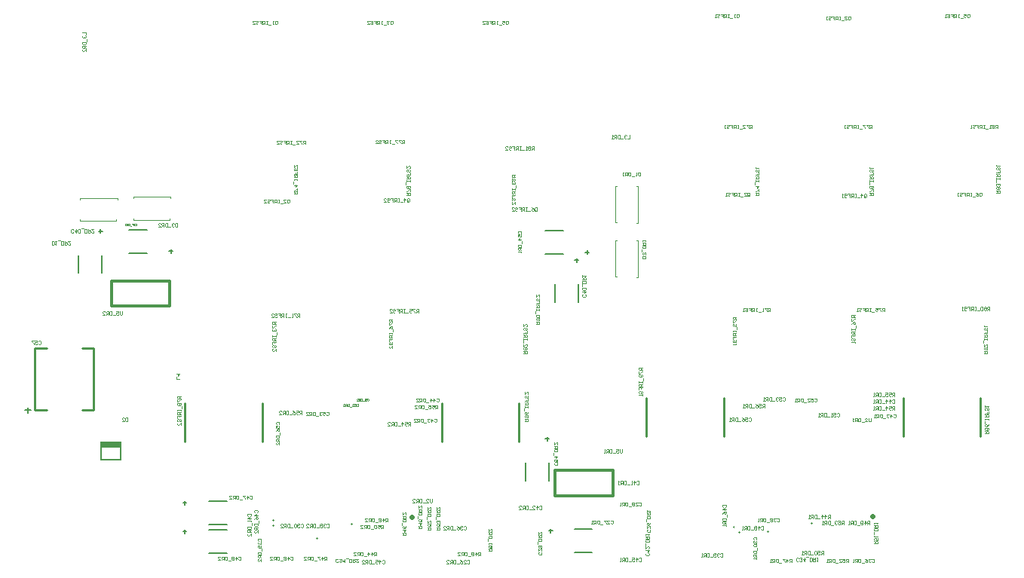
<source format=gbo>
%FSTAX23Y23*%
%MOIN*%
%SFA1B1*%

%IPPOS*%
%ADD47C,0.011810*%
%ADD96C,0.010000*%
%ADD97C,0.005910*%
%ADD98C,0.001180*%
%ADD99C,0.007870*%
%ADD100C,0.003940*%
%ADD101C,0.002000*%
%ADD164C,0.020000*%
%ADD165R,0.094490X0.031500*%
%LNninja_ecu_pcb-1*%
%LPD*%
G54D47*
X01053Y025D02*
X01309D01*
X01053Y02388D02*
Y025D01*
Y02388D02*
X01309D01*
Y025*
X03015Y0155D02*
X03271D01*
X03015D02*
Y01662D01*
X03271*
Y0155D02*
Y01662D01*
G54D96*
X00715Y02202D02*
X00766D01*
X00923Y02201D02*
X00975D01*
X00715Y01929D02*
Y02202D01*
Y01929D02*
X00766D01*
X00975Y01928D02*
Y02201D01*
X00923Y01928D02*
X00975D01*
X02513Y01788D02*
Y01958D01*
X02855Y01787D02*
Y01957D01*
X04553Y01813D02*
Y01983D01*
X04895Y01812D02*
Y01982D01*
X03418Y01813D02*
Y01983D01*
X0376Y01812D02*
Y01982D01*
X01378Y01788D02*
Y01958D01*
X0172Y01787D02*
Y01957D01*
G54D97*
X00671Y01927D02*
X00697D01*
X00684Y01914D02*
Y0194D01*
X03109Y02583D02*
Y02599D01*
X03101Y02591D02*
X03117D01*
X01316Y02623D02*
Y02639D01*
X01308Y02631D02*
X01324D01*
X01377Y0151D02*
Y01526D01*
X01369Y01518D02*
X01385D01*
X01377Y01383D02*
Y01399D01*
X01369Y01391D02*
X01385D01*
X02971Y01801D02*
X02987D01*
X02979Y01793D02*
Y01809D01*
X03156Y02618D02*
Y02634D01*
X03148Y02626D02*
X03164D01*
X01004Y02711D02*
Y02727D01*
X00996Y02719D02*
X01012D01*
X02994Y01386D02*
Y01402D01*
X02986Y01394D02*
X03002D01*
G54D98*
X01764Y01441D02*
X0177D01*
X01767Y01438D02*
Y01444D01*
X03799Y01411D02*
X03805D01*
X03802Y01408D02*
Y01414D01*
X01765Y01419D02*
X01771D01*
X01768Y01416D02*
Y01422D01*
X03825Y01389D02*
X03831D01*
X03828Y01386D02*
Y01392D01*
X0211Y01424D02*
X02116D01*
X02113Y01421D02*
Y01427D01*
X04145Y01429D02*
X04151D01*
X04148Y01426D02*
Y01432D01*
X01959Y01359D02*
Y01365D01*
X01956Y01362D02*
X01962D01*
X0395Y01391D02*
X03956D01*
X03953Y01388D02*
Y01394D01*
G54D99*
X03013Y02406D02*
Y02484D01*
X03116Y02406D02*
Y02484D01*
X01131Y02623D02*
X01209D01*
X01131Y02726D02*
X01209D01*
X01006Y0171D02*
Y01785D01*
X01093Y0171D02*
Y01785D01*
X01006Y0171D02*
X01093D01*
X01483Y01525D02*
X01562D01*
X01483Y01423D02*
X01562D01*
X01483Y01399D02*
X01562D01*
X01483Y01296D02*
X01562D01*
X02986Y01616D02*
Y01694D01*
X02883Y01616D02*
Y01694D01*
X02971Y02618D02*
X03049D01*
X02971Y02721D02*
X03049D01*
X00908Y02535D02*
Y02613D01*
X01011Y02535D02*
Y02613D01*
X031Y01401D02*
X03178D01*
X031Y01298D02*
X03178D01*
G54D100*
X03279Y02519D02*
X03286D01*
X03374Y0268D02*
X03381D01*
Y02515D02*
Y0268D01*
X03374Y02515D02*
X03381D01*
X03279Y0268D02*
X03286D01*
X03279Y02519D02*
Y0268D01*
Y02759D02*
X03286D01*
X03374Y0292D02*
X03381D01*
Y02755D02*
Y0292D01*
X03374Y02755D02*
X03381D01*
X03279Y0292D02*
X03286D01*
X03279Y02759D02*
Y0292D01*
X01075Y02764D02*
Y02771D01*
X00914Y02859D02*
Y02866D01*
X01079*
Y02859D02*
Y02866D01*
X00914Y02764D02*
Y02771D01*
Y02764D02*
X01075D01*
X01311Y02769D02*
Y02776D01*
X0115Y02864D02*
Y02871D01*
X01315*
Y02864D02*
Y02871D01*
X0115Y02769D02*
Y02776D01*
Y02769D02*
X01311D01*
G54D101*
X00925Y036D02*
X0094D01*
Y0359*
X00927Y03585D02*
X00925Y03582D01*
Y03577*
X00927Y03575*
X0093*
X00932Y03577*
Y0358*
Y03577*
X00935Y03575*
X00937*
X0094Y03577*
Y03582*
X00937Y03585*
X00942Y0357D02*
Y0356D01*
X00925Y03555D02*
X0094D01*
Y03547*
X00937Y03545*
X00927*
X00925Y03547*
Y03555*
X0094Y0354D02*
X00925D01*
Y03532*
X00927Y0353*
X00932*
X00935Y03532*
Y0354*
Y03535D02*
X0094Y0353D01*
Y03515D02*
Y03525D01*
X0093Y03515*
X00927*
X00925Y03517*
Y03522*
X00927Y03525*
X011Y02365D02*
Y02352D01*
X01097Y0235*
X01092*
X0109Y02352*
Y02365*
X01075D02*
X01085D01*
Y02357*
X0108Y0236*
X01077*
X01075Y02357*
Y02352*
X01077Y0235*
X01082*
X01085Y02352*
X0107Y02347D02*
X0106D01*
X01055Y02365D02*
Y0235D01*
X01047*
X01045Y02352*
Y02362*
X01047Y02365*
X01055*
X0104Y0235D02*
Y02365D01*
X01032*
X0103Y02362*
Y02357*
X01032Y02355*
X0104*
X01035D02*
X0103Y0235D01*
X01015D02*
X01025D01*
X01015Y0236*
Y02362*
X01017Y02365*
X01022*
X01025Y02362*
X0331Y01754D02*
Y01742D01*
X03307Y0174*
X03302*
X033Y01742*
Y01754*
X03285D02*
X03295D01*
Y01747*
X0329Y0175*
X03287*
X03285Y01747*
Y01742*
X03287Y0174*
X03292*
X03295Y01742*
X0328Y01737D02*
X0327D01*
X03265Y01754D02*
Y0174D01*
X03257*
X03255Y01742*
Y01752*
X03257Y01754*
X03265*
X0325Y0174D02*
Y01754D01*
X03242*
X0324Y01752*
Y01747*
X03242Y01745*
X0325*
X03245D02*
X0324Y0174D01*
X03235D02*
X0323D01*
X03232*
Y01754*
X03235Y01752*
X0247Y01534D02*
Y01522D01*
X02467Y0152*
X02462*
X0246Y01522*
Y01534*
X02445Y0152D02*
X02455D01*
X02445Y0153*
Y01532*
X02447Y01534*
X02452*
X02455Y01532*
X0244Y01517D02*
X0243D01*
X02425Y01534D02*
Y0152D01*
X02417*
X02415Y01522*
Y01532*
X02417Y01534*
X02425*
X0241Y0152D02*
Y01534D01*
X02402*
X024Y01532*
Y01527*
X02402Y01525*
X0241*
X02405D02*
X024Y0152D01*
X02385D02*
X02395D01*
X02385Y0153*
Y01532*
X02387Y01534*
X02392*
X02395Y01532*
X04409Y01891D02*
Y01879D01*
X04406Y01877*
X04401*
X04399Y01879*
Y01891*
X04384Y01877D02*
X04394D01*
X04384Y01887*
Y01889*
X04386Y01891*
X04391*
X04394Y01889*
X04379Y01874D02*
X04369D01*
X04364Y01891D02*
Y01877D01*
X04356*
X04354Y01879*
Y01889*
X04356Y01891*
X04364*
X04349Y01877D02*
Y01891D01*
X04341*
X04339Y01889*
Y01884*
X04341Y01882*
X04349*
X04344D02*
X04339Y01877D01*
X04334D02*
X04329D01*
X04331*
Y01891*
X04334Y01889*
X0288Y0188D02*
X02894D01*
Y01887*
X02892Y0189*
X02887*
X02885Y01887*
Y0188*
Y01885D02*
X0288Y0189D01*
X02892Y01894D02*
X02894Y01897D01*
Y01902*
X02892Y01904*
X0289*
X02887Y01902*
X02885Y01904*
X02882*
X0288Y01902*
Y01897*
X02882Y01894*
X02885*
X02887Y01897*
X0289Y01894*
X02892*
X02887Y01897D02*
Y01902D01*
X02894Y01919D02*
X02892Y01914D01*
X02887Y01909*
X02882*
X0288Y01912*
Y01917*
X02882Y01919*
X02885*
X02887Y01917*
Y01909*
X02877Y01924D02*
Y01934D01*
X02894Y01939D02*
Y01944D01*
Y01942*
X0288*
Y01939*
Y01944*
Y01952D02*
X02894D01*
Y01959*
X02892Y01962*
X02887*
X02885Y01959*
Y01952*
Y01957D02*
X0288Y01962D01*
X02894Y01977D02*
Y01967D01*
X02887*
Y01972*
Y01967*
X0288*
X02892Y01992D02*
X02894Y01989D01*
Y01984*
X02892Y01982*
X0289*
X02887Y01984*
Y01989*
X02885Y01992*
X02882*
X0288Y01989*
Y01984*
X02882Y01982*
X0288Y02007D02*
Y01997D01*
X0289Y02007*
X02892*
X02894Y02004*
Y01999*
X02892Y01997*
X04915Y01825D02*
X0493D01*
Y01832*
X04927Y01835*
X04922*
X0492Y01832*
Y01825*
Y0183D02*
X04915Y01835D01*
X04927Y0184D02*
X0493Y01842D01*
Y01847*
X04927Y01849*
X04925*
X04922Y01847*
X0492Y01849*
X04917*
X04915Y01847*
Y01842*
X04917Y0184*
X0492*
X04922Y01842*
X04925Y0184*
X04927*
X04922Y01842D02*
Y01847D01*
X0493Y01864D02*
X04927Y01859D01*
X04922Y01854*
X04917*
X04915Y01857*
Y01862*
X04917Y01864*
X0492*
X04922Y01862*
Y01854*
X04912Y01869D02*
Y01879D01*
X0493Y01884D02*
Y01889D01*
Y01887*
X04915*
Y01884*
Y01889*
Y01897D02*
X0493D01*
Y01904*
X04927Y01907*
X04922*
X0492Y01904*
Y01897*
Y01902D02*
X04915Y01907D01*
X0493Y01922D02*
Y01912D01*
X04922*
Y01917*
Y01912*
X04915*
X04927Y01937D02*
X0493Y01934D01*
Y01929*
X04927Y01927*
X04925*
X04922Y01929*
Y01934*
X0492Y01937*
X04917*
X04915Y01934*
Y01929*
X04917Y01927*
X04915Y01942D02*
Y01947D01*
Y01944*
X0493*
X04927Y01942*
X02837Y02967D02*
X02822D01*
Y0296*
X02825Y02957*
X0283*
X02832Y0296*
Y02967*
Y02962D02*
X02837Y02957D01*
X02825Y02952D02*
X02822Y0295D01*
Y02945*
X02825Y02942*
X02827*
X0283Y02945*
X02832Y02942*
X02835*
X02837Y02945*
Y0295*
X02835Y02952*
X02832*
X0283Y0295*
X02827Y02952*
X02825*
X0283Y0295D02*
Y02945D01*
X02825Y02937D02*
X02822Y02935D01*
Y0293*
X02825Y02927*
X02827*
X0283Y0293*
Y02932*
Y0293*
X02832Y02927*
X02835*
X02837Y0293*
Y02935*
X02835Y02937*
X0284Y02922D02*
Y02912D01*
X02822Y02907D02*
Y02902D01*
Y02905*
X02837*
Y02907*
Y02902*
Y02895D02*
X02822D01*
Y02887*
X02825Y02885*
X0283*
X02832Y02887*
Y02895*
Y0289D02*
X02837Y02885D01*
X02822Y0287D02*
Y0288D01*
X0283*
Y02875*
Y0288*
X02837*
X02825Y02855D02*
X02822Y02857D01*
Y02862*
X02825Y02865*
X02827*
X0283Y02862*
Y02857*
X02832Y02855*
X02835*
X02837Y02857*
Y02862*
X02835Y02865*
X02837Y0284D02*
Y0285D01*
X02827Y0284*
X02825*
X02822Y02842*
Y02847*
X02825Y0285*
X04965Y0289D02*
X04979D01*
Y02897*
X04977Y029*
X04972*
X0497Y02897*
Y0289*
Y02895D02*
X04965Y029D01*
X04977Y02904D02*
X04979Y02907D01*
Y02912*
X04977Y02914*
X04975*
X04972Y02912*
X0497Y02914*
X04967*
X04965Y02912*
Y02907*
X04967Y02904*
X0497*
X04972Y02907*
X04975Y02904*
X04977*
X04972Y02907D02*
Y02912D01*
X04977Y02919D02*
X04979Y02922D01*
Y02927*
X04977Y02929*
X04975*
X04972Y02927*
Y02924*
Y02927*
X0497Y02929*
X04967*
X04965Y02927*
Y02922*
X04967Y02919*
X04962Y02934D02*
Y02944D01*
X04979Y02949D02*
Y02954D01*
Y02952*
X04965*
Y02949*
Y02954*
Y02962D02*
X04979D01*
Y02969*
X04977Y02972*
X04972*
X0497Y02969*
Y02962*
Y02967D02*
X04965Y02972D01*
X04979Y02987D02*
Y02977D01*
X04972*
Y02982*
Y02977*
X04965*
X04977Y03002D02*
X04979Y02999D01*
Y02994*
X04977Y02992*
X04975*
X04972Y02994*
Y02999*
X0497Y03002*
X04967*
X04965Y02999*
Y02994*
X04967Y02992*
X04965Y03007D02*
Y03012D01*
Y03009*
X04979*
X04977Y03007*
X02875Y0218D02*
X0289D01*
Y02187*
X02887Y0219*
X02882*
X0288Y02187*
Y0218*
Y02185D02*
X02875Y0219D01*
X02887Y02194D02*
X0289Y02197D01*
Y02202*
X02887Y02204*
X02885*
X02882Y02202*
X0288Y02204*
X02877*
X02875Y02202*
Y02197*
X02877Y02194*
X0288*
X02882Y02197*
X02885Y02194*
X02887*
X02882Y02197D02*
Y02202D01*
X02875Y02219D02*
Y02209D01*
X02885Y02219*
X02887*
X0289Y02217*
Y02212*
X02887Y02209*
X02872Y02224D02*
Y02234D01*
X0289Y02239D02*
Y02244D01*
Y02242*
X02875*
Y02239*
Y02244*
Y02252D02*
X0289D01*
Y02259*
X02887Y02262*
X02882*
X0288Y02259*
Y02252*
Y02257D02*
X02875Y02262D01*
X0289Y02277D02*
Y02267D01*
X02882*
Y02272*
Y02267*
X02875*
X02887Y02292D02*
X0289Y02289D01*
Y02284*
X02887Y02282*
X02885*
X02882Y02284*
Y02289*
X0288Y02292*
X02877*
X02875Y02289*
Y02284*
X02877Y02282*
X02875Y02307D02*
Y02297D01*
X02885Y02307*
X02887*
X0289Y02304*
Y02299*
X02887Y02297*
X0491Y0218D02*
X04924D01*
Y02187*
X04922Y0219*
X04917*
X04915Y02187*
Y0218*
Y02185D02*
X0491Y0219D01*
X04922Y02194D02*
X04924Y02197D01*
Y02202*
X04922Y02204*
X0492*
X04917Y02202*
X04915Y02204*
X04912*
X0491Y02202*
Y02197*
X04912Y02194*
X04915*
X04917Y02197*
X0492Y02194*
X04922*
X04917Y02197D02*
Y02202D01*
X0491Y02219D02*
Y02209D01*
X0492Y02219*
X04922*
X04924Y02217*
Y02212*
X04922Y02209*
X04907Y02224D02*
Y02234D01*
X04924Y02239D02*
Y02244D01*
Y02242*
X0491*
Y02239*
Y02244*
Y02252D02*
X04924D01*
Y02259*
X04922Y02262*
X04917*
X04915Y02259*
Y02252*
Y02257D02*
X0491Y02262D01*
X04924Y02277D02*
Y02267D01*
X04917*
Y02272*
Y02267*
X0491*
X04922Y02292D02*
X04924Y02289D01*
Y02284*
X04922Y02282*
X0492*
X04917Y02284*
Y02289*
X04915Y02292*
X04912*
X0491Y02289*
Y02284*
X04912Y02282*
X0491Y02297D02*
Y02302D01*
Y02299*
X04924*
X04922Y02297*
X0292Y0308D02*
Y03095D01*
X02912*
X0291Y03092*
Y03087*
X02912Y03085*
X0292*
X02915D02*
X0291Y0308D01*
X02905Y03092D02*
X02902Y03095D01*
X02897*
X02895Y03092*
Y0309*
X02897Y03087*
X02895Y03085*
Y03082*
X02897Y0308*
X02902*
X02905Y03082*
Y03085*
X02902Y03087*
X02905Y0309*
Y03092*
X02902Y03087D02*
X02897D01*
X0289Y0308D02*
X02885D01*
X02887*
Y03095*
X0289Y03092*
X02877Y03077D02*
X02867D01*
X02862Y03095D02*
X02857D01*
X0286*
Y0308*
X02862*
X02857*
X0285D02*
Y03095D01*
X02842*
X0284Y03092*
Y03087*
X02842Y03085*
X0285*
X02845D02*
X0284Y0308D01*
X02825Y03095D02*
X02835D01*
Y03087*
X0283*
X02835*
Y0308*
X0281Y03092D02*
X02812Y03095D01*
X02817*
X0282Y03092*
Y0309*
X02817Y03087*
X02812*
X0281Y03085*
Y03082*
X02812Y0308*
X02817*
X0282Y03082*
X02795Y0308D02*
X02805D01*
X02795Y0309*
Y03092*
X02797Y03095*
X02802*
X02805Y03092*
X0497Y03175D02*
Y0319D01*
X04962*
X0496Y03187*
Y03182*
X04962Y0318*
X0497*
X04965D02*
X0496Y03175D01*
X04955Y03187D02*
X04952Y0319D01*
X04947*
X04945Y03187*
Y03185*
X04947Y03182*
X04945Y0318*
Y03177*
X04947Y03175*
X04952*
X04955Y03177*
Y0318*
X04952Y03182*
X04955Y03185*
Y03187*
X04952Y03182D02*
X04947D01*
X0494Y03175D02*
X04935D01*
X04937*
Y0319*
X0494Y03187*
X04927Y03172D02*
X04917D01*
X04912Y0319D02*
X04907D01*
X0491*
Y03175*
X04912*
X04907*
X049D02*
Y0319D01*
X04892*
X0489Y03187*
Y03182*
X04892Y0318*
X049*
X04895D02*
X0489Y03175D01*
X04875Y0319D02*
X04885D01*
Y03182*
X0488*
X04885*
Y03175*
X0486Y03187D02*
X04862Y0319D01*
X04867*
X0487Y03187*
Y03185*
X04867Y03182*
X04862*
X0486Y0318*
Y03177*
X04862Y03175*
X04867*
X0487Y03177*
X04855Y03175D02*
X0485D01*
X04852*
Y0319*
X04855Y03187*
X0293Y0231D02*
X02944D01*
Y02317*
X02942Y0232*
X02937*
X02935Y02317*
Y0231*
Y02315D02*
X0293Y0232D01*
X02942Y02325D02*
X02944Y02327D01*
Y02332*
X02942Y02334*
X0294*
X02937Y02332*
X02935Y02334*
X02932*
X0293Y02332*
Y02327*
X02932Y02325*
X02935*
X02937Y02327*
X0294Y02325*
X02942*
X02937Y02327D02*
Y02332D01*
X02942Y02339D02*
X02944Y02342D01*
Y02347*
X02942Y02349*
X02932*
X0293Y02347*
Y02342*
X02932Y02339*
X02942*
X02927Y02354D02*
Y02364D01*
X02944Y02369D02*
Y02374D01*
Y02372*
X0293*
Y02369*
Y02374*
Y02382D02*
X02944D01*
Y02389*
X02942Y02392*
X02937*
X02935Y02389*
Y02382*
Y02387D02*
X0293Y02392D01*
X02944Y02407D02*
Y02397D01*
X02937*
Y02402*
Y02397*
X0293*
X02942Y02422D02*
X02944Y02419D01*
Y02414*
X02942Y02412*
X0294*
X02937Y02414*
Y02419*
X02935Y02422*
X02932*
X0293Y02419*
Y02414*
X02932Y02412*
X0293Y02437D02*
Y02427D01*
X0294Y02437*
X02942*
X02944Y02434*
Y02429*
X02942Y02427*
X04935Y0237D02*
Y02384D01*
X04927*
X04925Y02382*
Y02377*
X04927Y02375*
X04935*
X0493D02*
X04925Y0237D01*
X0492Y02382D02*
X04917Y02384D01*
X04912*
X0491Y02382*
Y0238*
X04912Y02377*
X0491Y02375*
Y02372*
X04912Y0237*
X04917*
X0492Y02372*
Y02375*
X04917Y02377*
X0492Y0238*
Y02382*
X04917Y02377D02*
X04912D01*
X04905Y02382D02*
X04902Y02384D01*
X04897*
X04895Y02382*
Y02372*
X04897Y0237*
X04902*
X04905Y02372*
Y02382*
X0489Y02367D02*
X0488D01*
X04875Y02384D02*
X0487D01*
X04872*
Y0237*
X04875*
X0487*
X04862D02*
Y02384D01*
X04855*
X04852Y02382*
Y02377*
X04855Y02375*
X04862*
X04857D02*
X04852Y0237D01*
X04837Y02384D02*
X04847D01*
Y02377*
X04842*
X04847*
Y0237*
X04822Y02382D02*
X04825Y02384D01*
X0483*
X04832Y02382*
Y0238*
X0483Y02377*
X04825*
X04822Y02375*
Y02372*
X04825Y0237*
X0483*
X04832Y02372*
X04817Y0237D02*
X04812D01*
X04815*
Y02384*
X04817Y02382*
X0136Y0199D02*
X01345D01*
Y01982*
X01347Y0198*
X01352*
X01355Y01982*
Y0199*
Y01985D02*
X0136Y0198D01*
X01345Y01975D02*
Y01965D01*
X01347*
X01357Y01975*
X0136*
X01357Y0196D02*
X0136Y01957D01*
Y01952*
X01357Y0195*
X01347*
X01345Y01952*
Y01957*
X01347Y0196*
X0135*
X01352Y01957*
Y0195*
X01362Y01945D02*
Y01935D01*
X01345Y0193D02*
Y01925D01*
Y01927*
X0136*
Y0193*
Y01925*
Y01917D02*
X01345D01*
Y0191*
X01347Y01907*
X01352*
X01355Y0191*
Y01917*
Y01912D02*
X0136Y01907D01*
X01345Y01892D02*
Y01902D01*
X01352*
Y01897*
Y01902*
X0136*
X01347Y01877D02*
X01345Y0188D01*
Y01885*
X01347Y01887*
X0135*
X01352Y01885*
Y0188*
X01355Y01877*
X01357*
X0136Y0188*
Y01885*
X01357Y01887*
X0136Y01862D02*
Y01872D01*
X0135Y01862*
X01347*
X01345Y01865*
Y0187*
X01347Y01872*
X034Y02115D02*
X03385D01*
Y02107*
X03387Y02105*
X03392*
X03395Y02107*
Y02115*
Y0211D02*
X034Y02105D01*
X03385Y021D02*
Y0209D01*
X03387*
X03397Y021*
X034*
X03397Y02085D02*
X034Y02082D01*
Y02077*
X03397Y02075*
X03387*
X03385Y02077*
Y02082*
X03387Y02085*
X0339*
X03392Y02082*
Y02075*
X03402Y0207D02*
Y0206D01*
X03385Y02055D02*
Y0205D01*
Y02052*
X034*
Y02055*
Y0205*
Y02042D02*
X03385D01*
Y02035*
X03387Y02032*
X03392*
X03395Y02035*
Y02042*
Y02037D02*
X034Y02032D01*
X03385Y02017D02*
Y02027D01*
X03392*
Y02022*
Y02027*
X034*
X03387Y02002D02*
X03385Y02005D01*
Y0201*
X03387Y02012*
X0339*
X03392Y0201*
Y02005*
X03395Y02002*
X03397*
X034Y02005*
Y0201*
X03397Y02012*
X034Y01997D02*
Y01992D01*
Y01995*
X03385*
X03387Y01997*
X02357Y0288D02*
X02372D01*
Y02887*
X0237Y0289*
X02365*
X02362Y02887*
Y0288*
Y02885D02*
X02357Y0289D01*
X02372Y02895D02*
Y02905D01*
X0237*
X0236Y02895*
X02357*
X0237Y0291D02*
X02372Y02912D01*
Y02917*
X0237Y0292*
X02367*
X02365Y02917*
X02362Y0292*
X0236*
X02357Y02917*
Y02912*
X0236Y0291*
X02362*
X02365Y02912*
X02367Y0291*
X0237*
X02365Y02912D02*
Y02917D01*
X02355Y02925D02*
Y02935D01*
X02372Y0294D02*
Y02945D01*
Y02942*
X02357*
Y0294*
Y02945*
Y02952D02*
X02372D01*
Y0296*
X0237Y02962*
X02365*
X02362Y0296*
Y02952*
Y02957D02*
X02357Y02962D01*
X02372Y02977D02*
Y02967D01*
X02365*
Y02972*
Y02967*
X02357*
X0237Y02992D02*
X02372Y0299D01*
Y02985*
X0237Y02982*
X02367*
X02365Y02985*
Y0299*
X02362Y02992*
X0236*
X02357Y0299*
Y02985*
X0236Y02982*
X02357Y03007D02*
Y02997D01*
X02367Y03007*
X0237*
X02372Y03005*
Y03*
X0237Y02997*
X04405Y0288D02*
X04419D01*
Y02887*
X04417Y0289*
X04412*
X0441Y02887*
Y0288*
Y02885D02*
X04405Y0289D01*
X04419Y02894D02*
Y02904D01*
X04417*
X04407Y02894*
X04405*
X04417Y02909D02*
X04419Y02912D01*
Y02917*
X04417Y02919*
X04415*
X04412Y02917*
X0441Y02919*
X04407*
X04405Y02917*
Y02912*
X04407Y02909*
X0441*
X04412Y02912*
X04415Y02909*
X04417*
X04412Y02912D02*
Y02917D01*
X04402Y02924D02*
Y02934D01*
X04419Y02939D02*
Y02944D01*
Y02942*
X04405*
Y02939*
Y02944*
Y02952D02*
X04419D01*
Y02959*
X04417Y02962*
X04412*
X0441Y02959*
Y02952*
Y02957D02*
X04405Y02962D01*
X04419Y02977D02*
Y02967D01*
X04412*
Y02972*
Y02967*
X04405*
X04417Y02992D02*
X04419Y02989D01*
Y02984*
X04417Y02982*
X04415*
X04412Y02984*
Y02989*
X0441Y02992*
X04407*
X04405Y02989*
Y02984*
X04407Y02982*
X04405Y02997D02*
Y03002D01*
Y02999*
X04419*
X04417Y02997*
X02348Y03108D02*
Y03122D01*
X0234*
X02338Y0312*
Y03115*
X0234Y03113*
X02348*
X02343D02*
X02338Y03108D01*
X02333Y03122D02*
X02323D01*
Y0312*
X02333Y0311*
Y03108*
X02318Y03122D02*
X02308D01*
Y0312*
X02318Y0311*
Y03108*
X02303Y03105D02*
X02293D01*
X02288Y03122D02*
X02283D01*
X02285*
Y03108*
X02288*
X02283*
X02275D02*
Y03122D01*
X02268*
X02265Y0312*
Y03115*
X02268Y03113*
X02275*
X0227D02*
X02265Y03108D01*
X0225Y03122D02*
X0226D01*
Y03115*
X02255*
X0226*
Y03108*
X02235Y0312D02*
X02238Y03122D01*
X02243*
X02245Y0312*
Y03118*
X02243Y03115*
X02238*
X02235Y03113*
Y0311*
X02238Y03108*
X02243*
X02245Y0311*
X0222Y03108D02*
X0223D01*
X0222Y03118*
Y0312*
X02223Y03122*
X02228*
X0223Y0312*
X04415Y03175D02*
Y0319D01*
X04407*
X04405Y03187*
Y03182*
X04407Y0318*
X04415*
X0441D02*
X04405Y03175D01*
X044Y0319D02*
X0439D01*
Y03187*
X044Y03177*
Y03175*
X04385Y0319D02*
X04375D01*
Y03187*
X04385Y03177*
Y03175*
X0437Y03172D02*
X0436D01*
X04355Y0319D02*
X0435D01*
X04352*
Y03175*
X04355*
X0435*
X04342D02*
Y0319D01*
X04335*
X04332Y03187*
Y03182*
X04335Y0318*
X04342*
X04337D02*
X04332Y03175D01*
X04317Y0319D02*
X04327D01*
Y03182*
X04322*
X04327*
Y03175*
X04302Y03187D02*
X04305Y0319D01*
X0431*
X04312Y03187*
Y03185*
X0431Y03182*
X04305*
X04302Y0318*
Y03177*
X04305Y03175*
X0431*
X04312Y03177*
X04297Y03175D02*
X04292D01*
X04295*
Y0319*
X04297Y03187*
X02295Y0233D02*
X0228D01*
Y02322*
X02282Y0232*
X02287*
X0229Y02322*
Y0233*
Y02325D02*
X02295Y0232D01*
X0228Y02315D02*
Y02305D01*
X02282*
X02292Y02315*
X02295*
X0228Y0229D02*
X02282Y02295D01*
X02287Y023*
X02292*
X02295Y02297*
Y02292*
X02292Y0229*
X0229*
X02287Y02292*
Y023*
X02297Y02285D02*
Y02275D01*
X0228Y0227D02*
Y02265D01*
Y02267*
X02295*
Y0227*
Y02265*
Y02257D02*
X0228D01*
Y0225*
X02282Y02247*
X02287*
X0229Y0225*
Y02257*
Y02252D02*
X02295Y02247D01*
X0228Y02232D02*
Y02242D01*
X02287*
Y02237*
Y02242*
X02295*
X02282Y02217D02*
X0228Y0222D01*
Y02225*
X02282Y02227*
X02285*
X02287Y02225*
Y0222*
X0229Y02217*
X02292*
X02295Y0222*
Y02225*
X02292Y02227*
X02295Y02202D02*
Y02212D01*
X02285Y02202*
X02282*
X0228Y02205*
Y0221*
X02282Y02212*
X0434Y02347D02*
X04325D01*
Y02339*
X04327Y02337*
X04332*
X04335Y02339*
Y02347*
Y02342D02*
X0434Y02337D01*
X04325Y02332D02*
Y02322D01*
X04327*
X04337Y02332*
X0434*
X04325Y02307D02*
X04327Y02312D01*
X04332Y02317*
X04337*
X0434Y02314*
Y02309*
X04337Y02307*
X04335*
X04332Y02309*
Y02317*
X04342Y02302D02*
Y02292D01*
X04325Y02287D02*
Y02282D01*
Y02284*
X0434*
Y02287*
Y02282*
Y02274D02*
X04325D01*
Y02267*
X04327Y02264*
X04332*
X04335Y02267*
Y02274*
Y02269D02*
X0434Y02264D01*
X04325Y02249D02*
Y02259D01*
X04332*
Y02254*
Y02259*
X0434*
X04327Y02234D02*
X04325Y02237D01*
Y02242*
X04327Y02244*
X0433*
X04332Y02242*
Y02237*
X04335Y02234*
X04337*
X0434Y02237*
Y02242*
X04337Y02244*
X0434Y02229D02*
Y02224D01*
Y02227*
X04325*
X04327Y02229*
X0241Y0236D02*
Y02374D01*
X02402*
X024Y02372*
Y02367*
X02402Y02365*
X0241*
X02405D02*
X024Y0236D01*
X02395Y02374D02*
X02385D01*
Y02372*
X02395Y02362*
Y0236*
X0237Y02374D02*
X0238D01*
Y02367*
X02375Y0237*
X02372*
X0237Y02367*
Y02362*
X02372Y0236*
X02377*
X0238Y02362*
X02365Y02357D02*
X02355D01*
X0235Y02374D02*
X02345D01*
X02347*
Y0236*
X0235*
X02345*
X02337D02*
Y02374D01*
X0233*
X02327Y02372*
Y02367*
X0233Y02365*
X02337*
X02332D02*
X02327Y0236D01*
X02312Y02374D02*
X02322D01*
Y02367*
X02317*
X02322*
Y0236*
X02297Y02372D02*
X023Y02374D01*
X02305*
X02307Y02372*
Y0237*
X02305Y02367*
X023*
X02297Y02365*
Y02362*
X023Y0236*
X02305*
X02307Y02362*
X02282Y0236D02*
X02292D01*
X02282Y0237*
Y02372*
X02285Y02374*
X0229*
X02292Y02372*
X0447Y02365D02*
Y0238D01*
X04462*
X0446Y02377*
Y02372*
X04462Y0237*
X0447*
X04465D02*
X0446Y02365D01*
X04455Y0238D02*
X04445D01*
Y02377*
X04455Y02367*
Y02365*
X0443Y0238D02*
X0444D01*
Y02372*
X04435Y02375*
X04432*
X0443Y02372*
Y02367*
X04432Y02365*
X04437*
X0444Y02367*
X04425Y02362D02*
X04415D01*
X0441Y0238D02*
X04405D01*
X04407*
Y02365*
X0441*
X04405*
X04397D02*
Y0238D01*
X0439*
X04387Y02377*
Y02372*
X0439Y0237*
X04397*
X04392D02*
X04387Y02365D01*
X04372Y0238D02*
X04382D01*
Y02372*
X04377*
X04382*
Y02365*
X04357Y02377D02*
X0436Y0238D01*
X04365*
X04367Y02377*
Y02375*
X04365Y02372*
X0436*
X04357Y0237*
Y02367*
X0436Y02365*
X04365*
X04367Y02367*
X04352Y02365D02*
X04347D01*
X0435*
Y0238*
X04352Y02377*
X0186Y02885D02*
X01874D01*
Y02892*
X01872Y02895*
X01867*
X01865Y02892*
Y02885*
Y0289D02*
X0186Y02895D01*
X01874Y029D02*
Y02909D01*
X01872*
X01862Y029*
X0186*
Y02922D02*
X01874D01*
X01867Y02914*
Y02924*
X01857Y02929D02*
Y02939D01*
X01874Y02944D02*
Y02949D01*
Y02947*
X0186*
Y02944*
Y02949*
Y02957D02*
X01874D01*
Y02964*
X01872Y02967*
X01867*
X01865Y02964*
Y02957*
Y02962D02*
X0186Y02967D01*
X01874Y02982D02*
Y02972D01*
X01867*
Y02977*
Y02972*
X0186*
X01872Y02997D02*
X01874Y02994D01*
Y02989*
X01872Y02987*
X0187*
X01867Y02989*
Y02994*
X01865Y02997*
X01862*
X0186Y02994*
Y02989*
X01862Y02987*
X0186Y03012D02*
Y03002D01*
X0187Y03012*
X01872*
X01874Y03009*
Y03004*
X01872Y03002*
X039Y0288D02*
X03914D01*
Y02887*
X03912Y0289*
X03907*
X03905Y02887*
Y0288*
Y02885D02*
X039Y0289D01*
X03914Y02894D02*
Y02904D01*
X03912*
X03902Y02894*
X039*
Y02917D02*
X03914D01*
X03907Y02909*
Y02919*
X03897Y02924D02*
Y02934D01*
X03914Y02939D02*
Y02944D01*
Y02942*
X039*
Y02939*
Y02944*
Y02952D02*
X03914D01*
Y02959*
X03912Y02962*
X03907*
X03905Y02959*
Y02952*
Y02957D02*
X039Y02962D01*
X03914Y02977D02*
Y02967D01*
X03907*
Y02972*
Y02967*
X039*
X03912Y02992D02*
X03914Y02989D01*
Y02984*
X03912Y02982*
X0391*
X03907Y02984*
Y02989*
X03905Y02992*
X03902*
X039Y02989*
Y02984*
X03902Y02982*
X039Y02997D02*
Y03002D01*
Y02999*
X03914*
X03912Y02997*
X0178Y02317D02*
X01765D01*
Y02309*
X01767Y02307*
X01772*
X01775Y02309*
Y02317*
Y02312D02*
X0178Y02307D01*
X01765Y02302D02*
Y02292D01*
X01767*
X01777Y02302*
X0178*
X01767Y02287D02*
X01765Y02284D01*
Y02279*
X01767Y02277*
X0177*
X01772Y02279*
Y02282*
Y02279*
X01775Y02277*
X01777*
X0178Y02279*
Y02284*
X01777Y02287*
X01782Y02272D02*
Y02262D01*
X01765Y02257D02*
Y02252D01*
Y02254*
X0178*
Y02257*
Y02252*
Y02244D02*
X01765D01*
Y02237*
X01767Y02234*
X01772*
X01775Y02237*
Y02244*
Y02239D02*
X0178Y02234D01*
X01765Y02219D02*
Y02229D01*
X01772*
Y02224*
Y02229*
X0178*
X01767Y02204D02*
X01765Y02207D01*
Y02212*
X01767Y02214*
X0177*
X01772Y02212*
Y02207*
X01775Y02204*
X01777*
X0178Y02207*
Y02212*
X01777Y02214*
X0178Y02189D02*
Y02199D01*
X0177Y02189*
X01767*
X01765Y02192*
Y02197*
X01767Y02199*
X03815Y0234D02*
X038D01*
Y02332*
X03802Y0233*
X03807*
X0381Y02332*
Y0234*
Y02335D02*
X03815Y0233D01*
X038Y02325D02*
Y02315D01*
X03802*
X03812Y02325*
X03815*
X03802Y0231D02*
X038Y02307D01*
Y02302*
X03802Y023*
X03805*
X03807Y02302*
Y02305*
Y02302*
X0381Y023*
X03812*
X03815Y02302*
Y02307*
X03812Y0231*
X03817Y02295D02*
Y02285D01*
X038Y0228D02*
Y02275D01*
Y02277*
X03815*
Y0228*
Y02275*
Y02267D02*
X038D01*
Y0226*
X03802Y02257*
X03807*
X0381Y0226*
Y02267*
Y02262D02*
X03815Y02257D01*
X038Y02242D02*
Y02252D01*
X03807*
Y02247*
Y02252*
X03815*
X03802Y02227D02*
X038Y0223D01*
Y02235*
X03802Y02237*
X03805*
X03807Y02235*
Y0223*
X0381Y02227*
X03812*
X03815Y0223*
Y02235*
X03812Y02237*
X03815Y02222D02*
Y02217D01*
Y0222*
X038*
X03802Y02222*
X0191Y03105D02*
Y0312D01*
X01902*
X019Y03117*
Y03112*
X01902Y0311*
X0191*
X01905D02*
X019Y03105D01*
X01895Y0312D02*
X01885D01*
Y03117*
X01895Y03107*
Y03105*
X0187D02*
X0188D01*
X0187Y03115*
Y03117*
X01872Y0312*
X01877*
X0188Y03117*
X01865Y03102D02*
X01855D01*
X0185Y0312D02*
X01845D01*
X01847*
Y03105*
X0185*
X01845*
X01837D02*
Y0312D01*
X0183*
X01827Y03117*
Y03112*
X0183Y0311*
X01837*
X01832D02*
X01827Y03105D01*
X01812Y0312D02*
X01822D01*
Y03112*
X01817*
X01822*
Y03105*
X01797Y03117D02*
X018Y0312D01*
X01805*
X01807Y03117*
Y03115*
X01805Y03112*
X018*
X01797Y0311*
Y03107*
X018Y03105*
X01805*
X01807Y03107*
X01782Y03105D02*
X01792D01*
X01782Y03115*
Y03117*
X01785Y0312*
X0179*
X01792Y03117*
X03885Y03175D02*
Y0319D01*
X03877*
X03875Y03187*
Y03182*
X03877Y0318*
X03885*
X0388D02*
X03875Y03175D01*
X0387Y0319D02*
X0386D01*
Y03187*
X0387Y03177*
Y03175*
X03845D02*
X03855D01*
X03845Y03185*
Y03187*
X03847Y0319*
X03852*
X03855Y03187*
X0384Y03172D02*
X0383D01*
X03825Y0319D02*
X0382D01*
X03822*
Y03175*
X03825*
X0382*
X03812D02*
Y0319D01*
X03805*
X03802Y03187*
Y03182*
X03805Y0318*
X03812*
X03807D02*
X03802Y03175D01*
X03787Y0319D02*
X03797D01*
Y03182*
X03792*
X03797*
Y03175*
X03772Y03187D02*
X03775Y0319D01*
X0378*
X03782Y03187*
Y03185*
X0378Y03182*
X03775*
X03772Y0318*
Y03177*
X03775Y03175*
X0378*
X03782Y03177*
X03767Y03175D02*
X03762D01*
X03765*
Y0319*
X03767Y03187*
X01885Y0234D02*
Y02355D01*
X01877*
X01875Y02352*
Y02347*
X01877Y02345*
X01885*
X0188D02*
X01875Y0234D01*
X0187Y02355D02*
X0186D01*
Y02352*
X0187Y02342*
Y0234*
X01855D02*
X0185D01*
X01852*
Y02355*
X01855Y02352*
X01842Y02337D02*
X01832D01*
X01827Y02355D02*
X01822D01*
X01825*
Y0234*
X01827*
X01822*
X01815D02*
Y02355D01*
X01807*
X01805Y02352*
Y02347*
X01807Y02345*
X01815*
X0181D02*
X01805Y0234D01*
X0179Y02355D02*
X018D01*
Y02347*
X01795*
X018*
Y0234*
X01775Y02352D02*
X01777Y02355D01*
X01782*
X01785Y02352*
Y0235*
X01782Y02347*
X01777*
X01775Y02345*
Y02342*
X01777Y0234*
X01782*
X01785Y02342*
X0176Y0234D02*
X0177D01*
X0176Y0235*
Y02352*
X01762Y02355*
X01767*
X0177Y02352*
X03965Y02365D02*
Y0238D01*
X03957*
X03955Y02377*
Y02372*
X03957Y0237*
X03965*
X0396D02*
X03955Y02365D01*
X0395Y0238D02*
X0394D01*
Y02377*
X0395Y02367*
Y02365*
X03935D02*
X0393D01*
X03932*
Y0238*
X03935Y02377*
X03922Y02362D02*
X03912D01*
X03907Y0238D02*
X03902D01*
X03905*
Y02365*
X03907*
X03902*
X03895D02*
Y0238D01*
X03887*
X03885Y02377*
Y02372*
X03887Y0237*
X03895*
X0389D02*
X03885Y02365D01*
X0387Y0238D02*
X0388D01*
Y02372*
X03875*
X0388*
Y02365*
X03855Y02377D02*
X03857Y0238D01*
X03862*
X03865Y02377*
Y02375*
X03862Y02372*
X03857*
X03855Y0237*
Y02367*
X03857Y02365*
X03862*
X03865Y02367*
X0385Y02365D02*
X03845D01*
X03847*
Y0238*
X0385Y02377*
X01895Y0191D02*
Y01924D01*
X01887*
X01885Y01922*
Y01917*
X01887Y01915*
X01895*
X0189D02*
X01885Y0191D01*
X0187Y01924D02*
X0188D01*
Y01917*
X01875Y0192*
X01872*
X0187Y01917*
Y01912*
X01872Y0191*
X01877*
X0188Y01912*
X01855Y01924D02*
X0186Y01922D01*
X01865Y01917*
Y01912*
X01862Y0191*
X01857*
X01855Y01912*
Y01915*
X01857Y01917*
X01865*
X0185Y01907D02*
X0184D01*
X01835Y01924D02*
Y0191D01*
X01827*
X01825Y01912*
Y01922*
X01827Y01924*
X01835*
X0182Y0191D02*
Y01924D01*
X01812*
X0181Y01922*
Y01917*
X01812Y01915*
X0182*
X01815D02*
X0181Y0191D01*
X01795D02*
X01805D01*
X01795Y0192*
Y01922*
X01797Y01924*
X01802*
X01805Y01922*
X0394Y0194D02*
Y01955D01*
X03932*
X0393Y01952*
Y01947*
X03932Y01945*
X0394*
X03935D02*
X0393Y0194D01*
X03915Y01955D02*
X03925D01*
Y01947*
X0392Y0195*
X03917*
X03915Y01947*
Y01942*
X03917Y0194*
X03922*
X03925Y01942*
X039Y01955D02*
X03905Y01952D01*
X0391Y01947*
Y01942*
X03907Y0194*
X03902*
X039Y01942*
Y01945*
X03902Y01947*
X0391*
X03895Y01937D02*
X03885D01*
X0388Y01955D02*
Y0194D01*
X03872*
X0387Y01942*
Y01952*
X03872Y01955*
X0388*
X03865Y0194D02*
Y01955D01*
X03857*
X03855Y01952*
Y01947*
X03857Y01945*
X03865*
X0386D02*
X03855Y0194D01*
X0385D02*
X03845D01*
X03847*
Y01955*
X0385Y01952*
X02495Y01935D02*
Y0195D01*
X02487*
X02485Y01947*
Y01942*
X02487Y0194*
X02495*
X0249D02*
X02485Y01935D01*
X0247Y0195D02*
X0248D01*
Y01942*
X02475Y01945*
X02472*
X0247Y01942*
Y01937*
X02472Y01935*
X02477*
X0248Y01937*
X02455Y0195D02*
X02465D01*
Y01942*
X0246Y01945*
X02457*
X02455Y01942*
Y01937*
X02457Y01935*
X02462*
X02465Y01937*
X0245Y01932D02*
X0244D01*
X02435Y0195D02*
Y01935D01*
X02427*
X02425Y01937*
Y01947*
X02427Y0195*
X02435*
X0242Y01935D02*
Y0195D01*
X02412*
X0241Y01947*
Y01942*
X02412Y0194*
X0242*
X02415D02*
X0241Y01935D01*
X02395D02*
X02405D01*
X02395Y01945*
Y01947*
X02397Y0195*
X02402*
X02405Y01947*
X04515Y0199D02*
Y02005D01*
X04507*
X04505Y02002*
Y01997*
X04507Y01995*
X04515*
X0451D02*
X04505Y0199D01*
X0449Y02005D02*
X045D01*
Y01997*
X04495Y02*
X04492*
X0449Y01997*
Y01992*
X04492Y0199*
X04497*
X045Y01992*
X04475Y02005D02*
X04485D01*
Y01997*
X0448Y02*
X04477*
X04475Y01997*
Y01992*
X04477Y0199*
X04482*
X04485Y01992*
X0447Y01987D02*
X0446D01*
X04455Y02005D02*
Y0199D01*
X04447*
X04445Y01992*
Y02002*
X04447Y02005*
X04455*
X0444Y0199D02*
Y02005D01*
X04432*
X0443Y02002*
Y01997*
X04432Y01995*
X0444*
X04435D02*
X0443Y0199D01*
X04425D02*
X0442D01*
X04422*
Y02005*
X04425Y02002*
X02375Y0186D02*
Y01874D01*
X02367*
X02365Y01872*
Y01867*
X02367Y01865*
X02375*
X0237D02*
X02365Y0186D01*
X0235Y01874D02*
X0236D01*
Y01867*
X02355Y0187*
X02352*
X0235Y01867*
Y01862*
X02352Y0186*
X02357*
X0236Y01862*
X02337Y0186D02*
Y01874D01*
X02345Y01867*
X02335*
X0233Y01857D02*
X0232D01*
X02315Y01874D02*
Y0186D01*
X02307*
X02305Y01862*
Y01872*
X02307Y01874*
X02315*
X023Y0186D02*
Y01874D01*
X02292*
X0229Y01872*
Y01867*
X02292Y01865*
X023*
X02295D02*
X0229Y0186D01*
X02275D02*
X02285D01*
X02275Y0187*
Y01872*
X02277Y01874*
X02282*
X02285Y01872*
X04515Y0193D02*
Y01945D01*
X04507*
X04505Y01942*
Y01937*
X04507Y01935*
X04515*
X0451D02*
X04505Y0193D01*
X0449Y01945D02*
X045D01*
Y01937*
X04495Y0194*
X04492*
X0449Y01937*
Y01932*
X04492Y0193*
X04497*
X045Y01932*
X04477Y0193D02*
Y01945D01*
X04485Y01937*
X04475*
X0447Y01927D02*
X0446D01*
X04455Y01945D02*
Y0193D01*
X04447*
X04445Y01932*
Y01942*
X04447Y01945*
X04455*
X0444Y0193D02*
Y01945D01*
X04432*
X0443Y01942*
Y01937*
X04432Y01935*
X0444*
X04435D02*
X0443Y0193D01*
X04425D02*
X0442D01*
X04422*
Y01945*
X04425Y01942*
X0249Y014D02*
X02505D01*
Y01407*
X02502Y0141*
X02497*
X02495Y01407*
Y014*
Y01405D02*
X0249Y0141D01*
X02505Y01424D02*
Y01414D01*
X02497*
X025Y01419*
Y01422*
X02497Y01424*
X02492*
X0249Y01422*
Y01417*
X02492Y01414*
X02502Y01429D02*
X02505Y01432D01*
Y01437*
X02502Y01439*
X025*
X02497Y01437*
Y01434*
Y01437*
X02495Y01439*
X02492*
X0249Y01437*
Y01432*
X02492Y01429*
X02487Y01444D02*
Y01454D01*
X02505Y01459D02*
X0249D01*
Y01467*
X02492Y01469*
X02502*
X02505Y01467*
Y01459*
X0249Y01474D02*
X02505D01*
Y01482*
X02502Y01484*
X02497*
X02495Y01482*
Y01474*
Y01479D02*
X0249Y01484D01*
Y01499D02*
Y01489D01*
X025Y01499*
X02502*
X02505Y01497*
Y01492*
X02502Y01489*
X0429Y01422D02*
Y01437D01*
X04282*
X0428Y01435*
Y0143*
X04282Y01427*
X0429*
X04285D02*
X0428Y01422D01*
X04265Y01437D02*
X04275D01*
Y0143*
X0427Y01432*
X04267*
X04265Y0143*
Y01425*
X04267Y01422*
X04272*
X04275Y01425*
X0426Y01435D02*
X04257Y01437D01*
X04252*
X0425Y01435*
Y01432*
X04252Y0143*
X04255*
X04252*
X0425Y01427*
Y01425*
X04252Y01422*
X04257*
X0426Y01425*
X04245Y0142D02*
X04235D01*
X0423Y01437D02*
Y01422D01*
X04222*
X0422Y01425*
Y01435*
X04222Y01437*
X0423*
X04215Y01422D02*
Y01437D01*
X04207*
X04205Y01435*
Y0143*
X04207Y01427*
X04215*
X0421D02*
X04205Y01422D01*
X042D02*
X04195D01*
X04197*
Y01437*
X042Y01435*
X0245Y014D02*
X02464D01*
Y01407*
X02462Y0141*
X02457*
X02455Y01407*
Y014*
Y01405D02*
X0245Y0141D01*
X02464Y01424D02*
Y01414D01*
X02457*
X0246Y01419*
Y01422*
X02457Y01424*
X02452*
X0245Y01422*
Y01417*
X02452Y01414*
X0245Y01439D02*
Y01429D01*
X0246Y01439*
X02462*
X02464Y01437*
Y01432*
X02462Y01429*
X02447Y01444D02*
Y01454D01*
X02464Y01459D02*
X0245D01*
Y01467*
X02452Y01469*
X02462*
X02464Y01467*
Y01459*
X0245Y01474D02*
X02464D01*
Y01482*
X02462Y01484*
X02457*
X02455Y01482*
Y01474*
Y01479D02*
X0245Y01484D01*
Y01499D02*
Y01489D01*
X0246Y01499*
X02462*
X02464Y01497*
Y01492*
X02462Y01489*
X0431Y01255D02*
Y01269D01*
X04302*
X043Y01267*
Y01262*
X04302Y0126*
X0431*
X04305D02*
X043Y01255D01*
X04285Y01269D02*
X04295D01*
Y01262*
X0429Y01265*
X04287*
X04285Y01262*
Y01257*
X04287Y01255*
X04292*
X04295Y01257*
X0427Y01255D02*
X0428D01*
X0427Y01265*
Y01267*
X04272Y01269*
X04277*
X0428Y01267*
X04265Y01252D02*
X04255D01*
X0425Y01269D02*
Y01255D01*
X04242*
X0424Y01257*
Y01267*
X04242Y01269*
X0425*
X04235Y01255D02*
Y01269D01*
X04227*
X04225Y01267*
Y01262*
X04227Y0126*
X04235*
X0423D02*
X04225Y01255D01*
X0422D02*
X04215D01*
X04217*
Y01269*
X0422Y01267*
X04425Y01337D02*
X04439D01*
Y01345*
X04437Y01347*
X04432*
X0443Y01345*
Y01337*
Y01342D02*
X04425Y01347D01*
X04439Y01362D02*
Y01352D01*
X04432*
X04435Y01357*
Y0136*
X04432Y01362*
X04427*
X04425Y0136*
Y01355*
X04427Y01352*
X04425Y01367D02*
Y01372D01*
Y0137*
X04439*
X04437Y01367*
X04422Y0138D02*
Y0139D01*
X04439Y01395D02*
X04425D01*
Y01402*
X04427Y01405*
X04437*
X04439Y01402*
Y01395*
X04425Y0141D02*
X04439D01*
Y01417*
X04437Y0142*
X04432*
X0443Y01417*
Y0141*
Y01415D02*
X04425Y0142D01*
Y01425D02*
Y0143D01*
Y01427*
X04439*
X04437Y01425*
X02255Y01405D02*
Y01419D01*
X02247*
X02245Y01417*
Y01412*
X02247Y0141*
X02255*
X0225D02*
X02245Y01405D01*
X0223Y01419D02*
X0224D01*
Y01412*
X02235Y01415*
X02232*
X0223Y01412*
Y01407*
X02232Y01405*
X02237*
X0224Y01407*
X02225Y01417D02*
X02222Y01419D01*
X02217*
X02215Y01417*
Y01407*
X02217Y01405*
X02222*
X02225Y01407*
Y01417*
X0221Y01402D02*
X022D01*
X02195Y01419D02*
Y01405D01*
X02187*
X02185Y01407*
Y01417*
X02187Y01419*
X02195*
X0218Y01405D02*
Y01419D01*
X02172*
X0217Y01417*
Y01412*
X02172Y0141*
X0218*
X02175D02*
X0217Y01405D01*
X02155D02*
X02165D01*
X02155Y01415*
Y01417*
X02157Y01419*
X02162*
X02165Y01417*
X042Y0129D02*
Y01304D01*
X04192*
X0419Y01302*
Y01297*
X04192Y01295*
X042*
X04195D02*
X0419Y0129D01*
X04175Y01304D02*
X04185D01*
Y01297*
X0418Y013*
X04177*
X04175Y01297*
Y01292*
X04177Y0129*
X04182*
X04185Y01292*
X0417Y01302D02*
X04167Y01304D01*
X04162*
X0416Y01302*
Y01292*
X04162Y0129*
X04167*
X0417Y01292*
Y01302*
X04155Y01287D02*
X04145D01*
X0414Y01304D02*
Y0129D01*
X04132*
X0413Y01292*
Y01302*
X04132Y01304*
X0414*
X04125Y0129D02*
Y01304D01*
X04117*
X04115Y01302*
Y01297*
X04117Y01295*
X04125*
X0412D02*
X04115Y0129D01*
X0411D02*
X04105D01*
X04107*
Y01304*
X0411Y01302*
X02685Y01285D02*
Y01299D01*
X02677*
X02675Y01297*
Y01292*
X02677Y0129*
X02685*
X0268D02*
X02675Y01285D01*
X02662D02*
Y01299D01*
X0267Y01292*
X0266*
X02655Y01287D02*
X02652Y01285D01*
X02647*
X02645Y01287*
Y01297*
X02647Y01299*
X02652*
X02655Y01297*
Y01295*
X02652Y01292*
X02645*
X0264Y01282D02*
X0263D01*
X02625Y01299D02*
Y01285D01*
X02617*
X02615Y01287*
Y01297*
X02617Y01299*
X02625*
X0261Y01285D02*
Y01299D01*
X02602*
X026Y01297*
Y01292*
X02602Y0129*
X0261*
X02605D02*
X026Y01285D01*
X02585D02*
X02595D01*
X02585Y01295*
Y01297*
X02587Y01299*
X02592*
X02595Y01297*
X04405Y01422D02*
Y01437D01*
X04397*
X04395Y01435*
Y0143*
X04397Y01427*
X04405*
X044D02*
X04395Y01422D01*
X04382D02*
Y01437D01*
X0439Y0143*
X0438*
X04375Y01425D02*
X04372Y01422D01*
X04367*
X04365Y01425*
Y01435*
X04367Y01437*
X04372*
X04375Y01435*
Y01432*
X04372Y0143*
X04365*
X0436Y0142D02*
X0435D01*
X04345Y01437D02*
Y01422D01*
X04337*
X04335Y01425*
Y01435*
X04337Y01437*
X04345*
X0433Y01422D02*
Y01437D01*
X04322*
X0432Y01435*
Y0143*
X04322Y01427*
X0433*
X04325D02*
X0432Y01422D01*
X04315D02*
X0431D01*
X04312*
Y01437*
X04315Y01435*
X02275Y01435D02*
Y0145D01*
X02267*
X02265Y01447*
Y01442*
X02267Y0144*
X02275*
X0227D02*
X02265Y01435D01*
X02252D02*
Y0145D01*
X0226Y01442*
X0225*
X02245Y01447D02*
X02242Y0145D01*
X02237*
X02235Y01447*
Y01445*
X02237Y01442*
X02235Y0144*
Y01437*
X02237Y01435*
X02242*
X02245Y01437*
Y0144*
X02242Y01442*
X02245Y01445*
Y01447*
X02242Y01442D02*
X02237D01*
X0223Y01432D02*
X0222D01*
X02215Y0145D02*
Y01435D01*
X02207*
X02205Y01437*
Y01447*
X02207Y0145*
X02215*
X022Y01435D02*
Y0145D01*
X02192*
X0219Y01447*
Y01442*
X02192Y0144*
X022*
X02195D02*
X0219Y01435D01*
X02175D02*
X02185D01*
X02175Y01445*
Y01447*
X02177Y0145*
X02182*
X02185Y01447*
X02005Y01265D02*
Y01279D01*
X01997*
X01995Y01277*
Y01272*
X01997Y0127*
X02005*
X02D02*
X01995Y01265D01*
X01982D02*
Y01279D01*
X0199Y01272*
X0198*
X01975Y01279D02*
X01965D01*
Y01277*
X01975Y01267*
Y01265*
X0196Y01262D02*
X0195D01*
X01945Y01279D02*
Y01265D01*
X01937*
X01935Y01267*
Y01277*
X01937Y01279*
X01945*
X0193Y01265D02*
Y01279D01*
X01922*
X0192Y01277*
Y01272*
X01922Y0127*
X0193*
X01925D02*
X0192Y01265D01*
X01905D02*
X01915D01*
X01905Y01275*
Y01277*
X01907Y01279*
X01912*
X01915Y01277*
X0406Y01255D02*
Y01269D01*
X04052*
X0405Y01267*
Y01262*
X04052Y0126*
X0406*
X04055D02*
X0405Y01255D01*
X04037D02*
Y01269D01*
X04045Y01262*
X04035*
X0403Y01269D02*
X0402D01*
Y01267*
X0403Y01257*
Y01255*
X04015Y01252D02*
X04005D01*
X04Y01269D02*
Y01255D01*
X03992*
X0399Y01257*
Y01267*
X03992Y01269*
X04*
X03985Y01255D02*
Y01269D01*
X03977*
X03975Y01267*
Y01262*
X03977Y0126*
X03985*
X0398D02*
X03975Y01255D01*
X0397D02*
X03965D01*
X03967*
Y01269*
X0397Y01267*
X0234Y01375D02*
X02355D01*
Y01382*
X02352Y01385*
X02347*
X02345Y01382*
Y01375*
Y0138D02*
X0234Y01385D01*
Y01397D02*
X02355D01*
X02347Y01389*
Y01399*
X02355Y01414D02*
X02352Y01409D01*
X02347Y01404*
X02342*
X0234Y01407*
Y01412*
X02342Y01414*
X02345*
X02347Y01412*
Y01404*
X02337Y01419D02*
Y01429D01*
X02355Y01434D02*
X0234D01*
Y01442*
X02342Y01444*
X02352*
X02355Y01442*
Y01434*
X0234Y01449D02*
X02355D01*
Y01457*
X02352Y01459*
X02347*
X02345Y01457*
Y01449*
Y01454D02*
X0234Y01459D01*
Y01474D02*
Y01464D01*
X0235Y01474*
X02352*
X02355Y01472*
Y01467*
X02352Y01464*
X0241Y01405D02*
X02424D01*
Y01412*
X02422Y01415*
X02417*
X02415Y01412*
Y01405*
Y0141D02*
X0241Y01415D01*
Y01427D02*
X02424D01*
X02417Y01419*
Y01429*
X02424Y01444D02*
Y01434D01*
X02417*
X0242Y01439*
Y01442*
X02417Y01444*
X02412*
X0241Y01442*
Y01437*
X02412Y01434*
X02407Y01449D02*
Y01459D01*
X02424Y01464D02*
X0241D01*
Y01472*
X02412Y01474*
X02422*
X02424Y01472*
Y01464*
X0241Y01479D02*
X02424D01*
Y01487*
X02422Y01489*
X02417*
X02415Y01487*
Y01479*
Y01484D02*
X0241Y01489D01*
Y01504D02*
Y01494D01*
X0242Y01504*
X02422*
X02424Y01502*
Y01497*
X02422Y01494*
X02225Y01285D02*
Y01299D01*
X02217*
X02215Y01297*
Y01292*
X02217Y0129*
X02225*
X0222D02*
X02215Y01285D01*
X02202D02*
Y01299D01*
X0221Y01292*
X022*
X02187Y01285D02*
Y01299D01*
X02195Y01292*
X02185*
X0218Y01282D02*
X0217D01*
X02165Y01299D02*
Y01285D01*
X02157*
X02155Y01287*
Y01297*
X02157Y01299*
X02165*
X0215Y01285D02*
Y01299D01*
X02142*
X0214Y01297*
Y01292*
X02142Y0129*
X0215*
X02145D02*
X0214Y01285D01*
X02125D02*
X02135D01*
X02125Y01295*
Y01297*
X02127Y01299*
X02132*
X02135Y01297*
X0423Y0145D02*
Y01465D01*
X04222*
X0422Y01462*
Y01457*
X04222Y01455*
X0423*
X04225D02*
X0422Y0145D01*
X04207D02*
Y01465D01*
X04215Y01457*
X04205*
X04192Y0145D02*
Y01465D01*
X042Y01457*
X0419*
X04185Y01447D02*
X04175D01*
X0417Y01465D02*
Y0145D01*
X04162*
X0416Y01452*
Y01462*
X04162Y01465*
X0417*
X04155Y0145D02*
Y01465D01*
X04147*
X04145Y01462*
Y01457*
X04147Y01455*
X04155*
X0415D02*
X04145Y0145D01*
X0414D02*
X04135D01*
X04137*
Y01465*
X0414Y01462*
X02925Y02812D02*
Y02822D01*
X02927Y02825*
X02932*
X02935Y02822*
Y02812*
X02932Y0281*
X02927*
X0293Y02815D02*
X02925Y0281D01*
X02927D02*
X02925Y02812D01*
X0291Y02825D02*
X02915Y02822D01*
X0292Y02817*
Y02812*
X02917Y0281*
X02912*
X0291Y02812*
Y02815*
X02912Y02817*
X0292*
X02905Y02807D02*
X02895D01*
X0289Y02825D02*
X02885D01*
X02887*
Y0281*
X0289*
X02885*
X02877D02*
Y02825D01*
X0287*
X02867Y02822*
Y02817*
X0287Y02815*
X02877*
X02872D02*
X02867Y0281D01*
X02852Y02825D02*
X02862D01*
Y02817*
X02857*
X02862*
Y0281*
X02837Y02822D02*
X0284Y02825D01*
X02845*
X02847Y02822*
Y0282*
X02845Y02817*
X0284*
X02837Y02815*
Y02812*
X0284Y0281*
X02845*
X02847Y02812*
X02822Y0281D02*
X02832D01*
X02822Y0282*
Y02822*
X02825Y02825*
X0283*
X02832Y02822*
X0489Y02877D02*
Y02887D01*
X04892Y0289*
X04897*
X049Y02887*
Y02877*
X04897Y02875*
X04892*
X04895Y0288D02*
X0489Y02875D01*
X04892D02*
X0489Y02877D01*
X04875Y0289D02*
X0488Y02887D01*
X04885Y02882*
Y02877*
X04882Y02875*
X04877*
X04875Y02877*
Y0288*
X04877Y02882*
X04885*
X0487Y02872D02*
X0486D01*
X04855Y0289D02*
X0485D01*
X04852*
Y02875*
X04855*
X0485*
X04842D02*
Y0289D01*
X04835*
X04832Y02887*
Y02882*
X04835Y0288*
X04842*
X04837D02*
X04832Y02875D01*
X04817Y0289D02*
X04827D01*
Y02882*
X04822*
X04827*
Y02875*
X04802Y02887D02*
X04805Y0289D01*
X0481*
X04812Y02887*
Y02885*
X0481Y02882*
X04805*
X04802Y0288*
Y02877*
X04805Y02875*
X0481*
X04812Y02877*
X04797Y02875D02*
X04792D01*
X04795*
Y0289*
X04797Y02887*
X02796Y03637D02*
Y03647D01*
X02798Y0365*
X02803*
X02806Y03647*
Y03637*
X02803Y03635*
X02798*
X02801Y0364D02*
X02796Y03635D01*
X02798D02*
X02796Y03637D01*
X02781Y0365D02*
X02791D01*
Y03642*
X02786Y03645*
X02783*
X02781Y03642*
Y03637*
X02783Y03635*
X02788*
X02791Y03637*
X02776Y03632D02*
X02766D01*
X02761Y0365D02*
X02756D01*
X02758*
Y03635*
X02761*
X02756*
X02748D02*
Y0365D01*
X02741*
X02738Y03647*
Y03642*
X02741Y0364*
X02748*
X02743D02*
X02738Y03635D01*
X02723Y0365D02*
X02733D01*
Y03642*
X02728*
X02733*
Y03635*
X02708Y03647D02*
X02711Y0365D01*
X02716*
X02718Y03647*
Y03645*
X02716Y03642*
X02711*
X02708Y0364*
Y03637*
X02711Y03635*
X02716*
X02718Y03637*
X02693Y03635D02*
X02703D01*
X02693Y03645*
Y03647*
X02696Y0365*
X02701*
X02703Y03647*
X04836Y03667D02*
Y03677D01*
X04838Y0368*
X04843*
X04846Y03677*
Y03667*
X04843Y03665*
X04838*
X04841Y0367D02*
X04836Y03665D01*
X04838D02*
X04836Y03667D01*
X04821Y0368D02*
X04831D01*
Y03672*
X04826Y03675*
X04823*
X04821Y03672*
Y03667*
X04823Y03665*
X04828*
X04831Y03667*
X04816Y03662D02*
X04806D01*
X04801Y0368D02*
X04796D01*
X04798*
Y03665*
X04801*
X04796*
X04788D02*
Y0368D01*
X04781*
X04778Y03677*
Y03672*
X04781Y0367*
X04788*
X04783D02*
X04778Y03665D01*
X04763Y0368D02*
X04773D01*
Y03672*
X04768*
X04773*
Y03665*
X04748Y03677D02*
X04751Y0368D01*
X04756*
X04758Y03677*
Y03675*
X04756Y03672*
X04751*
X04748Y0367*
Y03667*
X04751Y03665*
X04756*
X04758Y03667*
X04743Y03665D02*
X04738D01*
X04741*
Y0368*
X04743Y03677*
X0236Y02852D02*
Y02862D01*
X02362Y02865*
X02367*
X0237Y02862*
Y02852*
X02367Y0285*
X02362*
X02365Y02855D02*
X0236Y0285D01*
X02362D02*
X0236Y02852D01*
X02347Y0285D02*
Y02865D01*
X02355Y02857*
X02345*
X0234Y02847D02*
X0233D01*
X02325Y02865D02*
X0232D01*
X02322*
Y0285*
X02325*
X0232*
X02312D02*
Y02865D01*
X02305*
X02302Y02862*
Y02857*
X02305Y02855*
X02312*
X02307D02*
X02302Y0285D01*
X02287Y02865D02*
X02297D01*
Y02857*
X02292*
X02297*
Y0285*
X02272Y02862D02*
X02275Y02865D01*
X0228*
X02282Y02862*
Y0286*
X0228Y02857*
X02275*
X02272Y02855*
Y02852*
X02275Y0285*
X0228*
X02282Y02852*
X02257Y0285D02*
X02267D01*
X02257Y0286*
Y02862*
X0226Y02865*
X02265*
X02267Y02862*
X0438Y02872D02*
Y02882D01*
X04382Y02884*
X04387*
X0439Y02882*
Y02872*
X04387Y0287*
X04382*
X04385Y02875D02*
X0438Y0287D01*
X04382D02*
X0438Y02872D01*
X04367Y0287D02*
Y02884D01*
X04375Y02877*
X04365*
X0436Y02867D02*
X0435D01*
X04345Y02884D02*
X0434D01*
X04342*
Y0287*
X04345*
X0434*
X04332D02*
Y02884D01*
X04325*
X04322Y02882*
Y02877*
X04325Y02875*
X04332*
X04327D02*
X04322Y0287D01*
X04307Y02884D02*
X04317D01*
Y02877*
X04312*
X04317*
Y0287*
X04292Y02882D02*
X04295Y02884D01*
X043*
X04302Y02882*
Y0288*
X043Y02877*
X04295*
X04292Y02875*
Y02872*
X04295Y0287*
X043*
X04302Y02872*
X04287Y0287D02*
X04282D01*
X04285*
Y02884*
X04287Y02882*
X02286Y03637D02*
Y03647D01*
X02288Y0365*
X02293*
X02296Y03647*
Y03637*
X02293Y03635*
X02288*
X02291Y0364D02*
X02286Y03635D01*
X02288D02*
X02286Y03637D01*
X02281Y03647D02*
X02278Y0365D01*
X02273*
X02271Y03647*
Y03645*
X02273Y03642*
X02276*
X02273*
X02271Y0364*
Y03637*
X02273Y03635*
X02278*
X02281Y03637*
X02266Y03632D02*
X02256D01*
X02251Y0365D02*
X02246D01*
X02248*
Y03635*
X02251*
X02246*
X02238D02*
Y0365D01*
X02231*
X02228Y03647*
Y03642*
X02231Y0364*
X02238*
X02233D02*
X02228Y03635D01*
X02213Y0365D02*
X02223D01*
Y03642*
X02218*
X02223*
Y03635*
X02198Y03647D02*
X02201Y0365D01*
X02206*
X02208Y03647*
Y03645*
X02206Y03642*
X02201*
X02198Y0364*
Y03637*
X02201Y03635*
X02206*
X02208Y03637*
X02183Y03635D02*
X02193D01*
X02183Y03645*
Y03647*
X02186Y0365*
X02191*
X02193Y03647*
X0431Y03657D02*
Y03667D01*
X04312Y0367*
X04317*
X0432Y03667*
Y03657*
X04317Y03655*
X04312*
X04315Y0366D02*
X0431Y03655D01*
X04312D02*
X0431Y03657D01*
X04305Y03667D02*
X04302Y0367D01*
X04297*
X04295Y03667*
Y03665*
X04297Y03662*
X043*
X04297*
X04295Y0366*
Y03657*
X04297Y03655*
X04302*
X04305Y03657*
X0429Y03652D02*
X0428D01*
X04275Y0367D02*
X0427D01*
X04272*
Y03655*
X04275*
X0427*
X04262D02*
Y0367D01*
X04255*
X04252Y03667*
Y03662*
X04255Y0366*
X04262*
X04257D02*
X04252Y03655D01*
X04237Y0367D02*
X04247D01*
Y03662*
X04242*
X04247*
Y03655*
X04222Y03667D02*
X04225Y0367D01*
X0423*
X04232Y03667*
Y03665*
X0423Y03662*
X04225*
X04222Y0366*
Y03657*
X04225Y03655*
X0423*
X04232Y03657*
X04217Y03655D02*
X04212D01*
X04215*
Y0367*
X04217Y03667*
X0183Y02847D02*
Y02857D01*
X01832Y02859*
X01837*
X0184Y02857*
Y02847*
X01837Y02845*
X01832*
X01835Y0285D02*
X0183Y02845D01*
X01832D02*
X0183Y02847D01*
X01815Y02845D02*
X01825D01*
X01815Y02855*
Y02857*
X01817Y02859*
X01822*
X01825Y02857*
X0181Y02842D02*
X018D01*
X01795Y02859D02*
X0179D01*
X01792*
Y02845*
X01795*
X0179*
X01782D02*
Y02859D01*
X01775*
X01772Y02857*
Y02852*
X01775Y0285*
X01782*
X01777D02*
X01772Y02845D01*
X01757Y02859D02*
X01767D01*
Y02852*
X01762*
X01767*
Y02845*
X01742Y02857D02*
X01745Y02859D01*
X0175*
X01752Y02857*
Y02855*
X0175Y02852*
X01745*
X01742Y0285*
Y02847*
X01745Y02845*
X0175*
X01752Y02847*
X01727Y02845D02*
X01737D01*
X01727Y02855*
Y02857*
X0173Y02859*
X01735*
X01737Y02857*
X03865Y02877D02*
Y02887D01*
X03867Y0289*
X03872*
X03875Y02887*
Y02877*
X03872Y02875*
X03867*
X0387Y0288D02*
X03865Y02875D01*
X03867D02*
X03865Y02877D01*
X0385Y02875D02*
X0386D01*
X0385Y02885*
Y02887*
X03852Y0289*
X03857*
X0386Y02887*
X03845Y02872D02*
X03835D01*
X0383Y0289D02*
X03825D01*
X03827*
Y02875*
X0383*
X03825*
X03817D02*
Y0289D01*
X0381*
X03807Y02887*
Y02882*
X0381Y0288*
X03817*
X03812D02*
X03807Y02875D01*
X03792Y0289D02*
X03802D01*
Y02882*
X03797*
X03802*
Y02875*
X03777Y02887D02*
X0378Y0289D01*
X03785*
X03787Y02887*
Y02885*
X03785Y02882*
X0378*
X03777Y0288*
Y02877*
X0378Y02875*
X03785*
X03787Y02877*
X03772Y02875D02*
X03767D01*
X0377*
Y0289*
X03772Y02887*
X01776Y03637D02*
Y03647D01*
X01778Y0365*
X01783*
X01786Y03647*
Y03637*
X01783Y03635*
X01778*
X01781Y0364D02*
X01776Y03635D01*
X01778D02*
X01776Y03637D01*
X01771Y03635D02*
X01766D01*
X01768*
Y0365*
X01771Y03647*
X01758Y03632D02*
X01748D01*
X01743Y0365D02*
X01738D01*
X01741*
Y03635*
X01743*
X01738*
X01731D02*
Y0365D01*
X01723*
X01721Y03647*
Y03642*
X01723Y0364*
X01731*
X01726D02*
X01721Y03635D01*
X01706Y0365D02*
X01716D01*
Y03642*
X01711*
X01716*
Y03635*
X01691Y03647D02*
X01693Y0365D01*
X01698*
X01701Y03647*
Y03645*
X01698Y03642*
X01693*
X01691Y0364*
Y03637*
X01693Y03635*
X01698*
X01701Y03637*
X01676Y03635D02*
X01686D01*
X01676Y03645*
Y03647*
X01678Y0365*
X01683*
X01686Y03647*
X03816Y03667D02*
Y03677D01*
X03818Y0368*
X03823*
X03826Y03677*
Y03667*
X03823Y03665*
X03818*
X03821Y0367D02*
X03816Y03665D01*
X03818D02*
X03816Y03667D01*
X03811Y03665D02*
X03806D01*
X03808*
Y0368*
X03811Y03677*
X03798Y03662D02*
X03788D01*
X03783Y0368D02*
X03778D01*
X03781*
Y03665*
X03783*
X03778*
X03771D02*
Y0368D01*
X03763*
X03761Y03677*
Y03672*
X03763Y0367*
X03771*
X03766D02*
X03761Y03665D01*
X03746Y0368D02*
X03756D01*
Y03672*
X03751*
X03756*
Y03665*
X03731Y03677D02*
X03733Y0368D01*
X03738*
X03741Y03677*
Y03675*
X03738Y03672*
X03733*
X03731Y0367*
Y03667*
X03733Y03665*
X03738*
X03741Y03667*
X03726Y03665D02*
X03721D01*
X03723*
Y0368*
X03726Y03677*
X01355Y02065D02*
X0134D01*
Y02075*
Y02087D02*
X01355D01*
X01347Y02079*
Y02089*
X01345Y02755D02*
Y0274D01*
X01337*
X01335Y02742*
Y02752*
X01337Y02755*
X01345*
X0133Y02752D02*
X01327Y02755D01*
X01322*
X0132Y02752*
Y0275*
X01322Y02747*
X01325*
X01322*
X0132Y02745*
Y02742*
X01322Y0274*
X01327*
X0133Y02742*
X01315Y02737D02*
X01305D01*
X013Y02755D02*
Y0274D01*
X01292*
X0129Y02742*
Y02752*
X01292Y02755*
X013*
X01285Y0274D02*
Y02755D01*
X01277*
X01275Y02752*
Y02747*
X01277Y02745*
X01285*
X0128D02*
X01275Y0274D01*
X0126D02*
X0127D01*
X0126Y0275*
Y02752*
X01262Y02755*
X01267*
X0127Y02752*
X03414Y026D02*
X034D01*
Y02607*
X03402Y0261*
X03412*
X03414Y02607*
Y026*
X03412Y02615D02*
X03414Y02617D01*
Y02622*
X03412Y02624*
X0341*
X03407Y02622*
Y02619*
Y02622*
X03405Y02624*
X03402*
X034Y02622*
Y02617*
X03402Y02615*
X03397Y02629D02*
Y02639D01*
X03414Y02644D02*
X034D01*
Y02652*
X03402Y02654*
X03412*
X03414Y02652*
Y02644*
X034Y02659D02*
X03414D01*
Y02667*
X03412Y02669*
X03407*
X03405Y02667*
Y02659*
Y02664D02*
X034Y02669D01*
Y02674D02*
Y02679D01*
Y02677*
X03414*
X03412Y02674*
X01125Y01894D02*
Y0188D01*
X01117*
X01115Y01882*
Y01892*
X01117Y01894*
X01125*
X011Y0188D02*
X0111D01*
X011Y0189*
Y01892*
X01102Y01894*
X01107*
X0111Y01892*
X0073Y02232D02*
X00732Y02234D01*
X00737*
X0074Y02232*
Y02222*
X00737Y0222*
X00732*
X0073Y02222*
X00715Y02234D02*
X00725D01*
Y02227*
X0072Y0223*
X00717*
X00715Y02227*
Y02222*
X00717Y0222*
X00722*
X00725Y02222*
X0071Y02234D02*
X007D01*
Y02232*
X0071Y02222*
Y0222*
X01782Y01865D02*
X0178Y01867D01*
Y01872*
X01782Y01875*
X01792*
X01795Y01872*
Y01867*
X01792Y01865*
X0178Y0185D02*
Y0186D01*
X01787*
X01785Y01855*
Y01852*
X01787Y0185*
X01792*
X01795Y01852*
Y01857*
X01792Y0186*
X0178Y01835D02*
X01782Y0184D01*
X01787Y01845*
X01792*
X01795Y01842*
Y01837*
X01792Y01835*
X0179*
X01787Y01837*
Y01845*
X01797Y0183D02*
Y0182D01*
X0178Y01815D02*
X01795D01*
Y01807*
X01792Y01805*
X01782*
X0178Y01807*
Y01815*
X01795Y018D02*
X0178D01*
Y01792*
X01782Y0179*
X01787*
X0179Y01792*
Y018*
Y01795D02*
X01795Y0179D01*
Y01775D02*
Y01785D01*
X01785Y01775*
X01782*
X0178Y01777*
Y01782*
X01782Y01785*
X0387Y01892D02*
X03872Y01894D01*
X03877*
X0388Y01892*
Y01882*
X03877Y0188*
X03872*
X0387Y01882*
X03855Y01894D02*
X03865D01*
Y01887*
X0386Y0189*
X03857*
X03855Y01887*
Y01882*
X03857Y0188*
X03862*
X03865Y01882*
X0384Y01894D02*
X03845Y01892D01*
X0385Y01887*
Y01882*
X03847Y0188*
X03842*
X0384Y01882*
Y01885*
X03842Y01887*
X0385*
X03835Y01877D02*
X03825D01*
X0382Y01894D02*
Y0188D01*
X03812*
X0381Y01882*
Y01892*
X03812Y01894*
X0382*
X03805Y0188D02*
Y01894D01*
X03797*
X03795Y01892*
Y01887*
X03797Y01885*
X03805*
X038D02*
X03795Y0188D01*
X0379D02*
X03785D01*
X03787*
Y01894*
X0379Y01892*
X03022Y01695D02*
X03025Y01692D01*
Y01687*
X03022Y01685*
X03012*
X0301Y01687*
Y01692*
X03012Y01695*
X03025Y01709D02*
Y017D01*
X03017*
X0302Y01704*
Y01707*
X03017Y01709*
X03012*
X0301Y01707*
Y01702*
X03012Y017*
X0301Y01722D02*
X03025D01*
X03017Y01714*
Y01724*
X03007Y01729D02*
Y01739D01*
X03025Y01744D02*
X0301D01*
Y01752*
X03012Y01754*
X03022*
X03025Y01752*
Y01744*
X0301Y01759D02*
X03025D01*
Y01767*
X03022Y01769*
X03017*
X03015Y01767*
Y01759*
Y01764D02*
X0301Y01769D01*
Y01784D02*
Y01774D01*
X0302Y01784*
X03022*
X03025Y01782*
Y01777*
X03022Y01774*
X02852Y0271D02*
X0285Y02712D01*
Y02717*
X02852Y0272*
X02862*
X02865Y02717*
Y02712*
X02862Y0271*
X0285Y02695D02*
Y02705D01*
X02857*
X02855Y027*
Y02697*
X02857Y02695*
X02862*
X02865Y02697*
Y02702*
X02862Y02705*
X02865Y02682D02*
X0285D01*
X02857Y0269*
Y0268*
X02867Y02675D02*
Y02665D01*
X0285Y0266D02*
X02865D01*
Y02652*
X02862Y0265*
X02852*
X0285Y02652*
Y0266*
X02865Y02645D02*
X0285D01*
Y02637*
X02852Y02635*
X02857*
X0286Y02637*
Y02645*
Y0264D02*
X02865Y02635D01*
Y0263D02*
Y02625D01*
Y02627*
X0285*
X02852Y0263*
X02002Y01917D02*
X02005Y01919D01*
X0201*
X02012Y01917*
Y01907*
X0201Y01905*
X02005*
X02002Y01907*
X01987Y01919D02*
X01997D01*
Y01912*
X01992Y01915*
X0199*
X01987Y01912*
Y01907*
X0199Y01905*
X01995*
X01997Y01907*
X01982Y01917D02*
X0198Y01919D01*
X01975*
X01972Y01917*
Y01915*
X01975Y01912*
X01977*
X01975*
X01972Y0191*
Y01907*
X01975Y01905*
X0198*
X01982Y01907*
X01967Y01902D02*
X01957D01*
X01952Y01919D02*
Y01905D01*
X01945*
X01942Y01907*
Y01917*
X01945Y01919*
X01952*
X01937Y01905D02*
Y01919D01*
X0193*
X01927Y01917*
Y01912*
X0193Y0191*
X01937*
X01932D02*
X01927Y01905D01*
X01912D02*
X01922D01*
X01912Y01915*
Y01917*
X01915Y01919*
X0192*
X01922Y01917*
X0402Y01982D02*
X04022Y01985D01*
X04027*
X0403Y01982*
Y01972*
X04027Y0197*
X04022*
X0402Y01972*
X04005Y01985D02*
X04015D01*
Y01977*
X0401Y0198*
X04007*
X04005Y01977*
Y01972*
X04007Y0197*
X04012*
X04015Y01972*
X04Y01982D02*
X03997Y01985D01*
X03992*
X0399Y01982*
Y0198*
X03992Y01977*
X03995*
X03992*
X0399Y01975*
Y01972*
X03992Y0197*
X03997*
X04Y01972*
X03985Y01967D02*
X03975D01*
X0397Y01985D02*
Y0197D01*
X03962*
X0396Y01972*
Y01982*
X03962Y01985*
X0397*
X03955Y0197D02*
Y01985D01*
X03947*
X03945Y01982*
Y01977*
X03947Y01975*
X03955*
X0395D02*
X03945Y0197D01*
X0394D02*
X03935D01*
X03937*
Y01985*
X0394Y01982*
X02138Y01953D02*
X0214Y01955D01*
X02143*
X02145Y01953*
Y01946*
X02143Y01945*
X0214*
X02138Y01946*
X02128Y01955D02*
X02135D01*
Y0195*
X02131Y01951*
X0213*
X02128Y0195*
Y01946*
X0213Y01945*
X02133*
X02135Y01946*
X02118Y01945D02*
X02125D01*
X02118Y01951*
Y01953*
X0212Y01955*
X02123*
X02125Y01953*
X02115Y01943D02*
X02108D01*
X02105Y01955D02*
Y01945D01*
X021*
X02098Y01946*
Y01953*
X021Y01955*
X02105*
X02095Y01945D02*
Y01955D01*
X0209*
X02088Y01953*
Y0195*
X0209Y01948*
X02095*
X02091D02*
X02088Y01945D01*
X02078D02*
X02085D01*
X02078Y01951*
Y01953*
X0208Y01955*
X02083*
X02085Y01953*
X0416Y01977D02*
X04162Y0198D01*
X04167*
X0417Y01977*
Y01967*
X04167Y01965*
X04162*
X0416Y01967*
X04145Y0198D02*
X04155D01*
Y01972*
X0415Y01975*
X04147*
X04145Y01972*
Y01967*
X04147Y01965*
X04152*
X04155Y01967*
X0413Y01965D02*
X0414D01*
X0413Y01975*
Y01977*
X04132Y0198*
X04137*
X0414Y01977*
X04125Y01962D02*
X04115D01*
X0411Y0198D02*
Y01965D01*
X04102*
X041Y01967*
Y01977*
X04102Y0198*
X0411*
X04095Y01965D02*
Y0198D01*
X04087*
X04085Y01977*
Y01972*
X04087Y0197*
X04095*
X0409D02*
X04085Y01965D01*
X0408D02*
X04075D01*
X04077*
Y0198*
X0408Y01977*
X02184Y01976D02*
X02186Y01977D01*
X02188*
X0219Y01976*
Y01971*
X02188Y0197*
X02186*
X02184Y01971*
X02176Y01977D02*
X02182D01*
Y01973*
X02179Y01975*
X02178*
X02176Y01973*
Y01971*
X02178Y0197*
X0218*
X02182Y01971*
X02174Y0197D02*
X02171D01*
X02172*
Y01977*
X02174Y01976*
X02167Y01968D02*
X02162D01*
X02159Y01977D02*
Y0197D01*
X02155*
X02154Y01971*
Y01976*
X02155Y01977*
X02159*
X02151Y0197D02*
Y01977D01*
X02148*
X02146Y01976*
Y01973*
X02148Y01972*
X02151*
X02149D02*
X02146Y0197D01*
X02138D02*
X02144D01*
X02138Y01975*
Y01976*
X0214Y01977*
X02142*
X02144Y01976*
X0426Y01912D02*
X04262Y01914D01*
X04267*
X0427Y01912*
Y01902*
X04267Y019*
X04262*
X0426Y01902*
X04245Y01914D02*
X04255D01*
Y01907*
X0425Y0191*
X04247*
X04245Y01907*
Y01902*
X04247Y019*
X04252*
X04255Y01902*
X0424Y019D02*
X04235D01*
X04237*
Y01914*
X0424Y01912*
X04227Y01897D02*
X04217D01*
X04212Y01914D02*
Y019D01*
X04205*
X04202Y01902*
Y01912*
X04205Y01914*
X04212*
X04197Y019D02*
Y01914D01*
X0419*
X04187Y01912*
Y01907*
X0419Y01905*
X04197*
X04192D02*
X04187Y019D01*
X04182D02*
X04177D01*
X0418*
Y01914*
X04182Y01912*
X01615Y01277D02*
X01617Y01279D01*
X01622*
X01625Y01277*
Y01267*
X01622Y01265*
X01617*
X01615Y01267*
X01602Y01265D02*
Y01279D01*
X0161Y01272*
X016*
X01595Y01267D02*
X01592Y01265D01*
X01587*
X01585Y01267*
Y01277*
X01587Y01279*
X01592*
X01595Y01277*
Y01275*
X01592Y01272*
X01585*
X0158Y01262D02*
X0157D01*
X01565Y01279D02*
Y01265D01*
X01557*
X01555Y01267*
Y01277*
X01557Y01279*
X01565*
X0155Y01265D02*
Y01279D01*
X01542*
X0154Y01277*
Y01272*
X01542Y0127*
X0155*
X01545D02*
X0154Y01265D01*
X01525D02*
X01535D01*
X01525Y01275*
Y01277*
X01527Y01279*
X01532*
X01535Y01277*
X01845D02*
X01847Y01279D01*
X01852*
X01855Y01277*
Y01267*
X01852Y01265*
X01847*
X01845Y01267*
X01832Y01265D02*
Y01279D01*
X0184Y01272*
X0183*
X01825Y01277D02*
X01822Y01279D01*
X01817*
X01815Y01277*
Y01275*
X01817Y01272*
X01815Y0127*
Y01267*
X01817Y01265*
X01822*
X01825Y01267*
Y0127*
X01822Y01272*
X01825Y01275*
Y01277*
X01822Y01272D02*
X01817D01*
X0181Y01262D02*
X018D01*
X01795Y01279D02*
Y01265D01*
X01787*
X01785Y01267*
Y01277*
X01787Y01279*
X01795*
X0178Y01265D02*
Y01279D01*
X01772*
X0177Y01277*
Y01272*
X01772Y0127*
X0178*
X01775D02*
X0177Y01265D01*
X01755D02*
X01765D01*
X01755Y01275*
Y01277*
X01757Y01279*
X01762*
X01765Y01277*
X03925Y01412D02*
X03927Y01414D01*
X03932*
X03935Y01412*
Y01402*
X03932Y014*
X03927*
X03925Y01402*
X03912Y014D02*
Y01414D01*
X0392Y01407*
X0391*
X03905Y01412D02*
X03902Y01414D01*
X03897*
X03895Y01412*
Y0141*
X03897Y01407*
X03895Y01405*
Y01402*
X03897Y014*
X03902*
X03905Y01402*
Y01405*
X03902Y01407*
X03905Y0141*
Y01412*
X03902Y01407D02*
X03897D01*
X0389Y01397D02*
X0388D01*
X03875Y01414D02*
Y014D01*
X03867*
X03865Y01402*
Y01412*
X03867Y01414*
X03875*
X0386Y014D02*
Y01414D01*
X03852*
X0385Y01412*
Y01407*
X03852Y01405*
X0386*
X03855D02*
X0385Y014D01*
X03845D02*
X0384D01*
X03842*
Y01414*
X03845Y01412*
X01665Y01547D02*
X01667Y01549D01*
X01672*
X01675Y01547*
Y01537*
X01672Y01535*
X01667*
X01665Y01537*
X01652Y01535D02*
Y01549D01*
X0166Y01542*
X0165*
X01645Y01549D02*
X01635D01*
Y01547*
X01645Y01537*
Y01535*
X0163Y01532D02*
X0162D01*
X01615Y01549D02*
Y01535D01*
X01607*
X01605Y01537*
Y01547*
X01607Y01549*
X01615*
X016Y01535D02*
Y01549D01*
X01592*
X0159Y01547*
Y01542*
X01592Y0154*
X016*
X01595D02*
X0159Y01535D01*
X01575D02*
X01585D01*
X01575Y01545*
Y01547*
X01577Y01549*
X01582*
X01585Y01547*
X01687Y01475D02*
X01685Y01477D01*
Y01482*
X01687Y01485*
X01697*
X017Y01482*
Y01477*
X01697Y01475*
X017Y01462D02*
X01685D01*
X01692Y0147*
Y0146*
X01685Y01445D02*
X01687Y0145D01*
X01692Y01455*
X01697*
X017Y01452*
Y01447*
X01697Y01445*
X01695*
X01692Y01447*
Y01455*
X01702Y0144D02*
Y0143D01*
X01685Y01425D02*
X017D01*
Y01417*
X01697Y01415*
X01687*
X01685Y01417*
Y01425*
X017Y0141D02*
X01685D01*
Y01402*
X01687Y014*
X01692*
X01695Y01402*
Y0141*
Y01405D02*
X017Y014D01*
Y01385D02*
Y01395D01*
X0169Y01385*
X01687*
X01685Y01387*
Y01392*
X01687Y01395*
X03757Y015D02*
X03755Y01502D01*
Y01507*
X03757Y0151*
X03767*
X0377Y01507*
Y01502*
X03767Y015*
X0377Y01487D02*
X03755D01*
X03762Y01495*
Y01485*
X03755Y0147D02*
X03757Y01475D01*
X03762Y0148*
X03767*
X0377Y01477*
Y01472*
X03767Y0147*
X03765*
X03762Y01472*
Y0148*
X03772Y01465D02*
Y01455D01*
X03755Y0145D02*
X0377D01*
Y01442*
X03767Y0144*
X03757*
X03755Y01442*
Y0145*
X0377Y01435D02*
X03755D01*
Y01427*
X03757Y01425*
X03762*
X03765Y01427*
Y01435*
Y0143D02*
X0377Y01425D01*
Y0142D02*
Y01415D01*
Y01417*
X03755*
X03757Y0142*
X0225Y01262D02*
X02252Y01264D01*
X02257*
X0226Y01262*
Y01252*
X02257Y0125*
X02252*
X0225Y01252*
X02237Y0125D02*
Y01264D01*
X02245Y01257*
X02235*
X0222Y01264D02*
X0223D01*
Y01257*
X02225Y0126*
X02222*
X0222Y01257*
Y01252*
X02222Y0125*
X02227*
X0223Y01252*
X02215Y01247D02*
X02205D01*
X022Y01264D02*
Y0125D01*
X02192*
X0219Y01252*
Y01262*
X02192Y01264*
X022*
X02185Y0125D02*
Y01264D01*
X02177*
X02175Y01262*
Y01257*
X02177Y01255*
X02185*
X0218D02*
X02175Y0125D01*
X0216D02*
X0217D01*
X0216Y0126*
Y01262*
X02162Y01264*
X02167*
X0217Y01262*
X03385Y01272D02*
X03387Y01274D01*
X03392*
X03395Y01272*
Y01262*
X03392Y0126*
X03387*
X03385Y01262*
X03372Y0126D02*
Y01274D01*
X0338Y01267*
X0337*
X03355Y01274D02*
X03365D01*
Y01267*
X0336Y0127*
X03357*
X03355Y01267*
Y01262*
X03357Y0126*
X03362*
X03365Y01262*
X0335Y01257D02*
X0334D01*
X03335Y01274D02*
Y0126D01*
X03327*
X03325Y01262*
Y01272*
X03327Y01274*
X03335*
X0332Y0126D02*
Y01274D01*
X03312*
X0331Y01272*
Y01267*
X03312Y01265*
X0332*
X03315D02*
X0331Y0126D01*
X03305D02*
X033D01*
X03302*
Y01274*
X03305Y01272*
X0249Y01977D02*
X02492Y0198D01*
X02497*
X025Y01977*
Y01967*
X02497Y01965*
X02492*
X0249Y01967*
X02477Y01965D02*
Y0198D01*
X02485Y01972*
X02475*
X02462Y01965D02*
Y0198D01*
X0247Y01972*
X0246*
X02455Y01962D02*
X02445D01*
X0244Y0198D02*
Y01965D01*
X02432*
X0243Y01967*
Y01977*
X02432Y0198*
X0244*
X02425Y01965D02*
Y0198D01*
X02417*
X02415Y01977*
Y01972*
X02417Y0197*
X02425*
X0242D02*
X02415Y01965D01*
X024D02*
X0241D01*
X024Y01975*
Y01977*
X02402Y0198*
X02407*
X0241Y01977*
X04505Y01972D02*
X04507Y01975D01*
X04512*
X04515Y01972*
Y01962*
X04512Y0196*
X04507*
X04505Y01962*
X04492Y0196D02*
Y01975D01*
X045Y01967*
X0449*
X04477Y0196D02*
Y01975D01*
X04485Y01967*
X04475*
X0447Y01957D02*
X0446D01*
X04455Y01975D02*
Y0196D01*
X04447*
X04445Y01962*
Y01972*
X04447Y01975*
X04455*
X0444Y0196D02*
Y01975D01*
X04432*
X0443Y01972*
Y01967*
X04432Y01965*
X0444*
X04435D02*
X0443Y0196D01*
X04425D02*
X0442D01*
X04422*
Y01975*
X04425Y01972*
X0248Y01887D02*
X02482Y01889D01*
X02487*
X0249Y01887*
Y01877*
X02487Y01875*
X02482*
X0248Y01877*
X02467Y01875D02*
Y01889D01*
X02475Y01882*
X02465*
X0246Y01887D02*
X02457Y01889D01*
X02452*
X0245Y01887*
Y01885*
X02452Y01882*
X02455*
X02452*
X0245Y0188*
Y01877*
X02452Y01875*
X02457*
X0246Y01877*
X02445Y01872D02*
X02435D01*
X0243Y01889D02*
Y01875D01*
X02422*
X0242Y01877*
Y01887*
X02422Y01889*
X0243*
X02415Y01875D02*
Y01889D01*
X02407*
X02405Y01887*
Y01882*
X02407Y0188*
X02415*
X0241D02*
X02405Y01875D01*
X0239D02*
X024D01*
X0239Y01885*
Y01887*
X02392Y01889*
X02397*
X024Y01887*
X0451Y01907D02*
X04512Y01909D01*
X04517*
X0452Y01907*
Y01897*
X04517Y01895*
X04512*
X0451Y01897*
X04497Y01895D02*
Y01909D01*
X04505Y01902*
X04495*
X0449Y01907D02*
X04487Y01909D01*
X04482*
X0448Y01907*
Y01905*
X04482Y01902*
X04485*
X04482*
X0448Y019*
Y01897*
X04482Y01895*
X04487*
X0449Y01897*
X04475Y01892D02*
X04465D01*
X0446Y01909D02*
Y01895D01*
X04452*
X0445Y01897*
Y01907*
X04452Y01909*
X0446*
X04445Y01895D02*
Y01909D01*
X04437*
X04435Y01907*
Y01902*
X04437Y019*
X04445*
X0444D02*
X04435Y01895D01*
X0443D02*
X04425D01*
X04427*
Y01909*
X0443Y01907*
X02945Y01502D02*
X02947Y01504D01*
X02952*
X02955Y01502*
Y01492*
X02952Y0149*
X02947*
X02945Y01492*
X02932Y0149D02*
Y01504D01*
X0294Y01497*
X0293*
X02915Y0149D02*
X02925D01*
X02915Y015*
Y01502*
X02917Y01504*
X02922*
X02925Y01502*
X0291Y01487D02*
X029D01*
X02895Y01504D02*
Y0149D01*
X02887*
X02885Y01492*
Y01502*
X02887Y01504*
X02895*
X0288Y0149D02*
Y01504D01*
X02872*
X0287Y01502*
Y01497*
X02872Y01495*
X0288*
X02875D02*
X0287Y0149D01*
X02855D02*
X02865D01*
X02855Y015*
Y01502*
X02857Y01504*
X02862*
X02865Y01502*
X03427Y01295D02*
X0343Y01292D01*
Y01287*
X03427Y01285*
X03417*
X03415Y01287*
Y01292*
X03417Y01295*
X03415Y01307D02*
X0343D01*
X03422Y01299*
Y01309*
X03415Y01324D02*
Y01314D01*
X03425Y01324*
X03427*
X0343Y01322*
Y01317*
X03427Y01314*
X03412Y01329D02*
Y01339D01*
X0343Y01344D02*
X03415D01*
Y01352*
X03417Y01354*
X03427*
X0343Y01352*
Y01344*
X03415Y01359D02*
X0343D01*
Y01367*
X03427Y01369*
X03422*
X0342Y01367*
Y01359*
Y01364D02*
X03415Y01369D01*
Y01374D02*
Y01379D01*
Y01377*
X0343*
X03427Y01374*
X01657Y0146D02*
X01655Y01462D01*
Y01467*
X01657Y0147*
X01667*
X0167Y01467*
Y01462*
X01667Y0146*
X0167Y01447D02*
X01655D01*
X01662Y01455*
Y01445*
X0167Y0144D02*
Y01435D01*
Y01437*
X01655*
X01657Y0144*
X01672Y01427D02*
Y01417D01*
X01655Y01412D02*
X0167D01*
Y01405*
X01667Y01402*
X01657*
X01655Y01405*
Y01412*
X0167Y01397D02*
X01655D01*
Y0139*
X01657Y01387*
X01662*
X01665Y0139*
Y01397*
Y01392D02*
X0167Y01387D01*
Y01372D02*
Y01382D01*
X0166Y01372*
X01657*
X01655Y01375*
Y0138*
X01657Y01382*
X03375Y01612D02*
X03377Y01615D01*
X03382*
X03385Y01612*
Y01602*
X03382Y016*
X03377*
X03375Y01602*
X03362Y016D02*
Y01615D01*
X0337Y01607*
X0336*
X03355Y016D02*
X0335D01*
X03352*
Y01615*
X03355Y01612*
X03342Y01597D02*
X03332D01*
X03327Y01615D02*
Y016D01*
X0332*
X03317Y01602*
Y01612*
X0332Y01615*
X03327*
X03312Y016D02*
Y01615D01*
X03305*
X03302Y01612*
Y01607*
X03305Y01605*
X03312*
X03307D02*
X03302Y016D01*
X03297D02*
X03292D01*
X03295*
Y01615*
X03297Y01612*
X01702Y0135D02*
X017Y01352D01*
Y01357*
X01702Y0136*
X01712*
X01715Y01357*
Y01352*
X01712Y0135*
X01702Y01345D02*
X017Y01342D01*
Y01337*
X01702Y01335*
X01705*
X01707Y01337*
Y0134*
Y01337*
X0171Y01335*
X01712*
X01715Y01337*
Y01342*
X01712Y01345*
Y0133D02*
X01715Y01327D01*
Y01322*
X01712Y0132*
X01702*
X017Y01322*
Y01327*
X01702Y0133*
X01705*
X01707Y01327*
Y0132*
X01717Y01315D02*
Y01305D01*
X017Y013D02*
X01715D01*
Y01292*
X01712Y0129*
X01702*
X017Y01292*
Y013*
X01715Y01285D02*
X017D01*
Y01277*
X01702Y01275*
X01707*
X0171Y01277*
Y01285*
Y0128D02*
X01715Y01275D01*
Y0126D02*
Y0127D01*
X01705Y0126*
X01702*
X017Y01262*
Y01267*
X01702Y0127*
X03745Y01292D02*
X03747Y01294D01*
X03752*
X03755Y01292*
Y01282*
X03752Y0128*
X03747*
X03745Y01282*
X0374Y01292D02*
X03737Y01294D01*
X03732*
X0373Y01292*
Y0129*
X03732Y01287*
X03735*
X03732*
X0373Y01285*
Y01282*
X03732Y0128*
X03737*
X0374Y01282*
X03725D02*
X03722Y0128D01*
X03717*
X03715Y01282*
Y01292*
X03717Y01294*
X03722*
X03725Y01292*
Y0129*
X03722Y01287*
X03715*
X0371Y01277D02*
X037D01*
X03695Y01294D02*
Y0128D01*
X03687*
X03685Y01282*
Y01292*
X03687Y01294*
X03695*
X0368Y0128D02*
Y01294D01*
X03672*
X0367Y01292*
Y01287*
X03672Y01285*
X0368*
X03675D02*
X0367Y0128D01*
X03665D02*
X0366D01*
X03662*
Y01294*
X03665Y01292*
X02005Y01422D02*
X02007Y01424D01*
X02012*
X02015Y01422*
Y01412*
X02012Y0141*
X02007*
X02005Y01412*
X02Y01422D02*
X01997Y01424D01*
X01992*
X0199Y01422*
Y0142*
X01992Y01417*
X01995*
X01992*
X0199Y01415*
Y01412*
X01992Y0141*
X01997*
X02Y01412*
X01985Y01422D02*
X01982Y01424D01*
X01977*
X01975Y01422*
Y0142*
X01977Y01417*
X01975Y01415*
Y01412*
X01977Y0141*
X01982*
X01985Y01412*
Y01415*
X01982Y01417*
X01985Y0142*
Y01422*
X01982Y01417D02*
X01977D01*
X0197Y01407D02*
X0196D01*
X01955Y01424D02*
Y0141D01*
X01947*
X01945Y01412*
Y01422*
X01947Y01424*
X01955*
X0194Y0141D02*
Y01424D01*
X01932*
X0193Y01422*
Y01417*
X01932Y01415*
X0194*
X01935D02*
X0193Y0141D01*
X01915D02*
X01925D01*
X01915Y0142*
Y01422*
X01917Y01424*
X01922*
X01925Y01422*
X03995Y01447D02*
X03997Y0145D01*
X04002*
X04005Y01447*
Y01437*
X04002Y01435*
X03997*
X03995Y01437*
X0399Y01447D02*
X03987Y0145D01*
X03982*
X0398Y01447*
Y01445*
X03982Y01442*
X03985*
X03982*
X0398Y0144*
Y01437*
X03982Y01435*
X03987*
X0399Y01437*
X03975Y01447D02*
X03972Y0145D01*
X03967*
X03965Y01447*
Y01445*
X03967Y01442*
X03965Y0144*
Y01437*
X03967Y01435*
X03972*
X03975Y01437*
Y0144*
X03972Y01442*
X03975Y01445*
Y01447*
X03972Y01442D02*
X03967D01*
X0396Y01432D02*
X0395D01*
X03945Y0145D02*
Y01435D01*
X03937*
X03935Y01437*
Y01447*
X03937Y0145*
X03945*
X0393Y01435D02*
Y0145D01*
X03922*
X0392Y01447*
Y01442*
X03922Y0144*
X0393*
X03925D02*
X0392Y01435D01*
X03915D02*
X0391D01*
X03912*
Y0145*
X03915Y01447*
X0261Y01412D02*
X02612Y01414D01*
X02617*
X0262Y01412*
Y01402*
X02617Y014*
X02612*
X0261Y01402*
X02605Y01412D02*
X02602Y01414D01*
X02597*
X02595Y01412*
Y0141*
X02597Y01407*
X026*
X02597*
X02595Y01405*
Y01402*
X02597Y014*
X02602*
X02605Y01402*
X0258Y01414D02*
X02585Y01412D01*
X0259Y01407*
Y01402*
X02587Y014*
X02582*
X0258Y01402*
Y01405*
X02582Y01407*
X0259*
X02575Y01397D02*
X02565D01*
X0256Y01414D02*
Y014D01*
X02552*
X0255Y01402*
Y01412*
X02552Y01414*
X0256*
X02545Y014D02*
Y01414D01*
X02537*
X02535Y01412*
Y01407*
X02537Y01405*
X02545*
X0254D02*
X02535Y014D01*
X0252D02*
X0253D01*
X0252Y0141*
Y01412*
X02522Y01414*
X02527*
X0253Y01412*
X04415Y01267D02*
X04417Y01269D01*
X04422*
X04425Y01267*
Y01257*
X04422Y01255*
X04417*
X04415Y01257*
X0441Y01267D02*
X04407Y01269D01*
X04402*
X044Y01267*
Y01265*
X04402Y01262*
X04405*
X04402*
X044Y0126*
Y01257*
X04402Y01255*
X04407*
X0441Y01257*
X04385Y01269D02*
X0439Y01267D01*
X04395Y01262*
Y01257*
X04392Y01255*
X04387*
X04385Y01257*
Y0126*
X04387Y01262*
X04395*
X0438Y01252D02*
X0437D01*
X04365Y01269D02*
Y01255D01*
X04357*
X04355Y01257*
Y01267*
X04357Y01269*
X04365*
X0435Y01255D02*
Y01269D01*
X04342*
X0434Y01267*
Y01262*
X04342Y0126*
X0435*
X04345D02*
X0434Y01255D01*
X04335D02*
X0433D01*
X04332*
Y01269*
X04335Y01267*
X02055Y01257D02*
X02052Y01255D01*
X02047*
X02045Y01257*
Y01267*
X02047Y0127*
X02052*
X02055Y01267*
X02059Y01257D02*
X02062Y01255D01*
X02067*
X02069Y01257*
Y0126*
X02067Y01262*
X02064*
X02067*
X02069Y01265*
Y01267*
X02067Y0127*
X02062*
X02059Y01267*
X02082Y0127D02*
Y01255D01*
X02074Y01262*
X02084*
X02089Y01272D02*
X02099D01*
X02104Y01255D02*
Y0127D01*
X02112*
X02114Y01267*
Y01257*
X02112Y01255*
X02104*
X02119Y0127D02*
Y01255D01*
X02127*
X02129Y01257*
Y01262*
X02127Y01265*
X02119*
X02124D02*
X02129Y0127D01*
X02144D02*
X02134D01*
X02144Y0126*
Y01257*
X02142Y01255*
X02137*
X02134Y01257*
X0409Y01262D02*
X04087Y0126D01*
X04082*
X0408Y01262*
Y01272*
X04082Y01275*
X04087*
X0409Y01272*
X04095Y01262D02*
X04097Y0126D01*
X04102*
X04104Y01262*
Y01265*
X04102Y01267*
X04099*
X04102*
X04104Y0127*
Y01272*
X04102Y01275*
X04097*
X04095Y01272*
X04117Y01275D02*
Y0126D01*
X04109Y01267*
X04119*
X04124Y01277D02*
X04134D01*
X04139Y0126D02*
Y01275D01*
X04147*
X04149Y01272*
Y01262*
X04147Y0126*
X04139*
X04154Y01275D02*
Y0126D01*
X04162*
X04164Y01262*
Y01267*
X04162Y0127*
X04154*
X04159D02*
X04164Y01275D01*
X04169D02*
X04174D01*
X04172*
Y0126*
X04169Y01262*
X0189Y01422D02*
X01892Y01424D01*
X01897*
X019Y01422*
Y01412*
X01897Y0141*
X01892*
X0189Y01412*
X01885Y01422D02*
X01882Y01424D01*
X01877*
X01875Y01422*
Y0142*
X01877Y01417*
X0188*
X01877*
X01875Y01415*
Y01412*
X01877Y0141*
X01882*
X01885Y01412*
X0187Y01422D02*
X01867Y01424D01*
X01862*
X0186Y01422*
Y01412*
X01862Y0141*
X01867*
X0187Y01412*
Y01422*
X01855Y01407D02*
X01845D01*
X0184Y01424D02*
Y0141D01*
X01832*
X0183Y01412*
Y01422*
X01832Y01424*
X0184*
X01825Y0141D02*
Y01424D01*
X01817*
X01815Y01422*
Y01417*
X01817Y01415*
X01825*
X0182D02*
X01815Y0141D01*
X018D02*
X0181D01*
X018Y0142*
Y01422*
X01802Y01424*
X01807*
X0181Y01422*
X03892Y01355D02*
X0389Y01357D01*
Y01362*
X03892Y01365*
X03902*
X03905Y01362*
Y01357*
X03902Y01355*
X03892Y0135D02*
X0389Y01347D01*
Y01342*
X03892Y0134*
X03895*
X03897Y01342*
Y01345*
Y01342*
X039Y0134*
X03902*
X03905Y01342*
Y01347*
X03902Y0135*
X03892Y01335D02*
X0389Y01332D01*
Y01327*
X03892Y01325*
X03902*
X03905Y01327*
Y01332*
X03902Y01335*
X03892*
X03907Y0132D02*
Y0131D01*
X0389Y01305D02*
X03905D01*
Y01297*
X03902Y01295*
X03892*
X0389Y01297*
Y01305*
X03905Y0129D02*
X0389D01*
Y01282*
X03892Y0128*
X03897*
X039Y01282*
Y0129*
Y01285D02*
X03905Y0128D01*
Y01275D02*
Y0127D01*
Y01272*
X0389*
X03892Y01275*
X02952Y013D02*
X02954Y01297D01*
Y01292*
X02952Y0129*
X02942*
X0294Y01292*
Y01297*
X02942Y013*
X0294Y01314D02*
Y01304D01*
X0295Y01314*
X02952*
X02954Y01312*
Y01307*
X02952Y01304*
X02942Y01319D02*
X0294Y01322D01*
Y01327*
X02942Y01329*
X02952*
X02954Y01327*
Y01322*
X02952Y01319*
X0295*
X02947Y01322*
Y01329*
X02937Y01334D02*
Y01344D01*
X02954Y01349D02*
X0294D01*
Y01357*
X02942Y01359*
X02952*
X02954Y01357*
Y01349*
X0294Y01364D02*
X02954D01*
Y01372*
X02952Y01374*
X02947*
X02945Y01372*
Y01364*
Y01369D02*
X0294Y01374D01*
Y01389D02*
Y01379D01*
X0295Y01389*
X02952*
X02954Y01387*
Y01382*
X02952Y01379*
X03385Y01517D02*
X03387Y01519D01*
X03392*
X03395Y01517*
Y01507*
X03392Y01505*
X03387*
X03385Y01507*
X0337Y01505D02*
X0338D01*
X0337Y01515*
Y01517*
X03372Y01519*
X03377*
X0338Y01517*
X03365Y01507D02*
X03362Y01505D01*
X03357*
X03355Y01507*
Y01517*
X03357Y01519*
X03362*
X03365Y01517*
Y01515*
X03362Y01512*
X03355*
X0335Y01502D02*
X0334D01*
X03335Y01519D02*
Y01505D01*
X03327*
X03325Y01507*
Y01517*
X03327Y01519*
X03335*
X0332Y01505D02*
Y01519D01*
X03312*
X0331Y01517*
Y01512*
X03312Y0151*
X0332*
X03315D02*
X0331Y01505D01*
X03305D02*
X033D01*
X03302*
Y01519*
X03305Y01517*
X01159Y02751D02*
X01161Y02752D01*
X01163*
X01165Y02751*
Y02746*
X01163Y02745*
X01161*
X01159Y02746*
X01151Y02745D02*
X01157D01*
X01151Y0275*
Y02751*
X01153Y02752*
X01155*
X01157Y02751*
X01149Y02752D02*
X01144D01*
Y02751*
X01149Y02746*
Y02745*
X01141Y02743D02*
X01136D01*
X01133Y02752D02*
Y02745D01*
X01129*
X01128Y02746*
Y02751*
X01129Y02752*
X01133*
X01125Y02745D02*
Y02752D01*
X01121*
X0112Y02751*
Y02748*
X01121Y02747*
X01125*
X01123D02*
X0112Y02745D01*
X01112D02*
X01117D01*
X01112Y0275*
Y02751*
X01113Y02752*
X01116*
X01117Y02751*
X0326Y01437D02*
X03262Y0144D01*
X03267*
X0327Y01437*
Y01427*
X03267Y01425*
X03262*
X0326Y01427*
X03245Y01425D02*
X03255D01*
X03245Y01435*
Y01437*
X03247Y0144*
X03252*
X03255Y01437*
X0324Y0144D02*
X0323D01*
Y01437*
X0324Y01427*
Y01425*
X03225Y01422D02*
X03215D01*
X0321Y0144D02*
Y01425D01*
X03202*
X032Y01427*
Y01437*
X03202Y0144*
X0321*
X03195Y01425D02*
Y0144D01*
X03187*
X03185Y01437*
Y01432*
X03187Y0143*
X03195*
X0319D02*
X03185Y01425D01*
X0318D02*
X03175D01*
X03177*
Y0144*
X0318Y01437*
X02625Y01262D02*
X02627Y01264D01*
X02632*
X02635Y01262*
Y01252*
X02632Y0125*
X02627*
X02625Y01252*
X0261Y0125D02*
X0262D01*
X0261Y0126*
Y01262*
X02612Y01264*
X02617*
X0262Y01262*
X02595Y01264D02*
X026Y01262D01*
X02605Y01257*
Y01252*
X02602Y0125*
X02597*
X02595Y01252*
Y01255*
X02597Y01257*
X02605*
X0259Y01247D02*
X0258D01*
X02575Y01264D02*
Y0125D01*
X02567*
X02565Y01252*
Y01262*
X02567Y01264*
X02575*
X0256Y0125D02*
Y01264D01*
X02552*
X0255Y01262*
Y01257*
X02552Y01255*
X0256*
X02555D02*
X0255Y0125D01*
X02535D02*
X02545D01*
X02535Y0126*
Y01262*
X02537Y01264*
X02542*
X02545Y01262*
X03432Y014D02*
X03434Y01397D01*
Y01392*
X03432Y0139*
X03422*
X0342Y01392*
Y01397*
X03422Y014*
X0342Y01414D02*
Y01404D01*
X0343Y01414*
X03432*
X03434Y01412*
Y01407*
X03432Y01404*
X03434Y01429D02*
X03432Y01424D01*
X03427Y01419*
X03422*
X0342Y01422*
Y01427*
X03422Y01429*
X03425*
X03427Y01427*
Y01419*
X03417Y01434D02*
Y01444D01*
X03434Y01449D02*
X0342D01*
Y01457*
X03422Y01459*
X03432*
X03434Y01457*
Y01449*
X0342Y01464D02*
X03434D01*
Y01472*
X03432Y01474*
X03427*
X03425Y01472*
Y01464*
Y01469D02*
X0342Y01474D01*
Y01479D02*
Y01484D01*
Y01482*
X03434*
X03432Y01479*
X0272Y01305D02*
X02734D01*
Y01312*
X02732Y01315*
X02727*
X02725Y01312*
Y01305*
Y0131D02*
X0272Y01315D01*
X02734Y01329D02*
Y0132D01*
X02727*
X0273Y01324*
Y01327*
X02727Y01329*
X02722*
X0272Y01327*
Y01322*
X02722Y0132*
X0272Y01334D02*
Y01339D01*
Y01337*
X02734*
X02732Y01334*
X02717Y01347D02*
Y01357D01*
X02734Y01362D02*
X0272D01*
Y01369*
X02722Y01372*
X02732*
X02734Y01369*
Y01362*
X0272Y01377D02*
X02734D01*
Y01384*
X02732Y01387*
X02727*
X02725Y01384*
Y01377*
Y01382D02*
X0272Y01387D01*
Y01402D02*
Y01392D01*
X0273Y01402*
X02732*
X02734Y01399*
Y01394*
X02732Y01392*
X03147Y0244D02*
X0315Y02437D01*
Y02432*
X03147Y0243*
X03137*
X03135Y02432*
Y02437*
X03137Y0244*
X03135Y02452D02*
X0315D01*
X03142Y02444*
Y02454*
X03147Y02459D02*
X0315Y02462D01*
Y02467*
X03147Y02469*
X03137*
X03135Y02467*
Y02462*
X03137Y02459*
X03147*
X03132Y02474D02*
Y02484D01*
X0315Y02489D02*
X03135D01*
Y02497*
X03137Y02499*
X03147*
X0315Y02497*
Y02489*
X03135Y02504D02*
X0315D01*
Y02512*
X03147Y02514*
X03142*
X0314Y02512*
Y02504*
Y02509D02*
X03135Y02514D01*
Y02519D02*
Y02524D01*
Y02522*
X0315*
X03147Y02519*
X00885Y02716D02*
X00882Y02713D01*
X00877*
X00875Y02716*
Y02726*
X00877Y02728*
X00882*
X00885Y02726*
X00897Y02728D02*
Y02713D01*
X00889Y02721*
X00899*
X00904Y02716D02*
X00907Y02713D01*
X00912*
X00914Y02716*
Y02726*
X00912Y02728*
X00907*
X00904Y02726*
Y02716*
X00919Y02731D02*
X00929D01*
X00934Y02713D02*
Y02728D01*
X00942*
X00944Y02726*
Y02716*
X00942Y02713*
X00934*
X00949Y02728D02*
Y02713D01*
X00957*
X00959Y02716*
Y02721*
X00957Y02723*
X00949*
X00954D02*
X00959Y02728D01*
X00974D02*
X00964D01*
X00974Y02718*
Y02716*
X00972Y02713*
X00967*
X00964Y02716*
X0339Y0298D02*
Y02965D01*
X03382*
X0338Y02967*
Y02977*
X03382Y0298*
X0339*
X03375Y02965D02*
X0337D01*
X03372*
Y0298*
X03375Y02977*
X03362Y02962D02*
X03352D01*
X03347Y0298D02*
Y02965D01*
X0334*
X03337Y02967*
Y02977*
X0334Y0298*
X03347*
X03332Y02965D02*
Y0298D01*
X03325*
X03322Y02977*
Y02972*
X03325Y0297*
X03332*
X03327D02*
X03322Y02965D01*
X03317D02*
X03312D01*
X03315*
Y0298*
X03317Y02977*
X00789Y0266D02*
Y02675D01*
X00796*
X00799Y02672*
Y02662*
X00796Y0266*
X00789*
X00804Y02675D02*
X00809D01*
X00806*
Y0266*
X00804Y02662*
X00816Y02677D02*
X00826D01*
X00831Y0266D02*
Y02675D01*
X00839*
X00841Y02672*
Y02662*
X00839Y0266*
X00831*
X00846Y02675D02*
Y0266D01*
X00854*
X00856Y02662*
Y02667*
X00854Y0267*
X00846*
X00851D02*
X00856Y02675D01*
X00871D02*
X00861D01*
X00871Y02665*
Y02662*
X00869Y0266*
X00864*
X00861Y02662*
X03345Y03144D02*
Y0313D01*
X03335*
X0333Y03142D02*
X03327Y03144D01*
X03322*
X0332Y03142*
Y0314*
X03322Y03137*
X03325*
X03322*
X0332Y03135*
Y03132*
X03322Y0313*
X03327*
X0333Y03132*
X03315Y03127D02*
X03305D01*
X033Y03144D02*
Y0313D01*
X03292*
X0329Y03132*
Y03142*
X03292Y03144*
X033*
X03285Y0313D02*
Y03144D01*
X03277*
X03275Y03142*
Y03137*
X03277Y03135*
X03285*
X0328D02*
X03275Y0313D01*
X0327D02*
X03265D01*
X03267*
Y03144*
X0327Y03142*
G54D164*
X04421Y01457D02*
D01*
X04421Y01457*
X04421Y01458*
X04421Y01458*
X04421Y01458*
X04421Y01458*
X04421Y01458*
X04421Y01458*
X04421Y01458*
X04421Y01459*
X04421Y01459*
X04421Y01459*
X0442Y01459*
X0442Y01459*
X0442Y01459*
X0442Y01459*
X0442Y01459*
X0442Y01459*
X0442Y01459*
X04419Y01459*
X04419Y01459*
X04419Y01459*
X04419Y01459*
X04419*
X04419Y01459*
X04419Y01459*
X04418Y01459*
X04418Y01459*
X04418Y01459*
X04418Y01459*
X04418Y01459*
X04418Y01459*
X04418Y01459*
X04417Y01459*
X04417Y01459*
X04417Y01459*
X04417Y01459*
X04417Y01458*
X04417Y01458*
X04417Y01458*
X04417Y01458*
X04417Y01458*
X04417Y01458*
X04417Y01458*
X04417Y01457*
X04417Y01457*
X04417Y01457*
X04417Y01457*
X04417Y01457*
X04417Y01457*
X04417Y01456*
X04417Y01456*
X04417Y01456*
X04417Y01456*
X04417Y01456*
X04417Y01456*
X04417Y01456*
X04417Y01456*
X04418Y01455*
X04418Y01455*
X04418Y01455*
X04418Y01455*
X04418Y01455*
X04418Y01455*
X04418Y01455*
X04419Y01455*
X04419Y01455*
X04419Y01455*
X04419*
X04419Y01455*
X04419Y01455*
X04419Y01455*
X0442Y01455*
X0442Y01455*
X0442Y01455*
X0442Y01455*
X0442Y01455*
X0442Y01455*
X0442Y01456*
X04421Y01456*
X04421Y01456*
X04421Y01456*
X04421Y01456*
X04421Y01456*
X04421Y01456*
X04421Y01456*
X04421Y01457*
X04421Y01457*
X04421Y01457*
X04421Y01457*
X04421Y01457*
X02384Y01453D02*
D01*
X02384Y01453*
X02384Y01454*
X02384Y01454*
X02384Y01454*
X02384Y01454*
X02384Y01454*
X02383Y01454*
X02383Y01455*
X02383Y01455*
X02383Y01455*
X02383Y01455*
X02383Y01455*
X02383Y01455*
X02383Y01455*
X02383Y01455*
X02382Y01455*
X02382Y01455*
X02382Y01455*
X02382Y01455*
X02382Y01456*
X02382Y01456*
X02382Y01456*
X02381*
X02381Y01456*
X02381Y01456*
X02381Y01455*
X02381Y01455*
X02381Y01455*
X02381Y01455*
X0238Y01455*
X0238Y01455*
X0238Y01455*
X0238Y01455*
X0238Y01455*
X0238Y01455*
X0238Y01455*
X0238Y01455*
X0238Y01454*
X02379Y01454*
X02379Y01454*
X02379Y01454*
X02379Y01454*
X02379Y01454*
X02379Y01453*
X02379Y01453*
X02379Y01453*
X02379Y01453*
X02379Y01453*
X02379Y01453*
X02379Y01453*
X02379Y01452*
X0238Y01452*
X0238Y01452*
X0238Y01452*
X0238Y01452*
X0238Y01452*
X0238Y01452*
X0238Y01452*
X0238Y01451*
X0238Y01451*
X02381Y01451*
X02381Y01451*
X02381Y01451*
X02381Y01451*
X02381Y01451*
X02381Y01451*
X02381Y01451*
X02382*
X02382Y01451*
X02382Y01451*
X02382Y01451*
X02382Y01451*
X02382Y01451*
X02382Y01451*
X02383Y01451*
X02383Y01451*
X02383Y01452*
X02383Y01452*
X02383Y01452*
X02383Y01452*
X02383Y01452*
X02383Y01452*
X02383Y01452*
X02384Y01452*
X02384Y01453*
X02384Y01453*
X02384Y01453*
X02384Y01453*
X02384Y01453*
X02384Y01453*
G54D165*
X0105Y01775D03*
M02*
</source>
